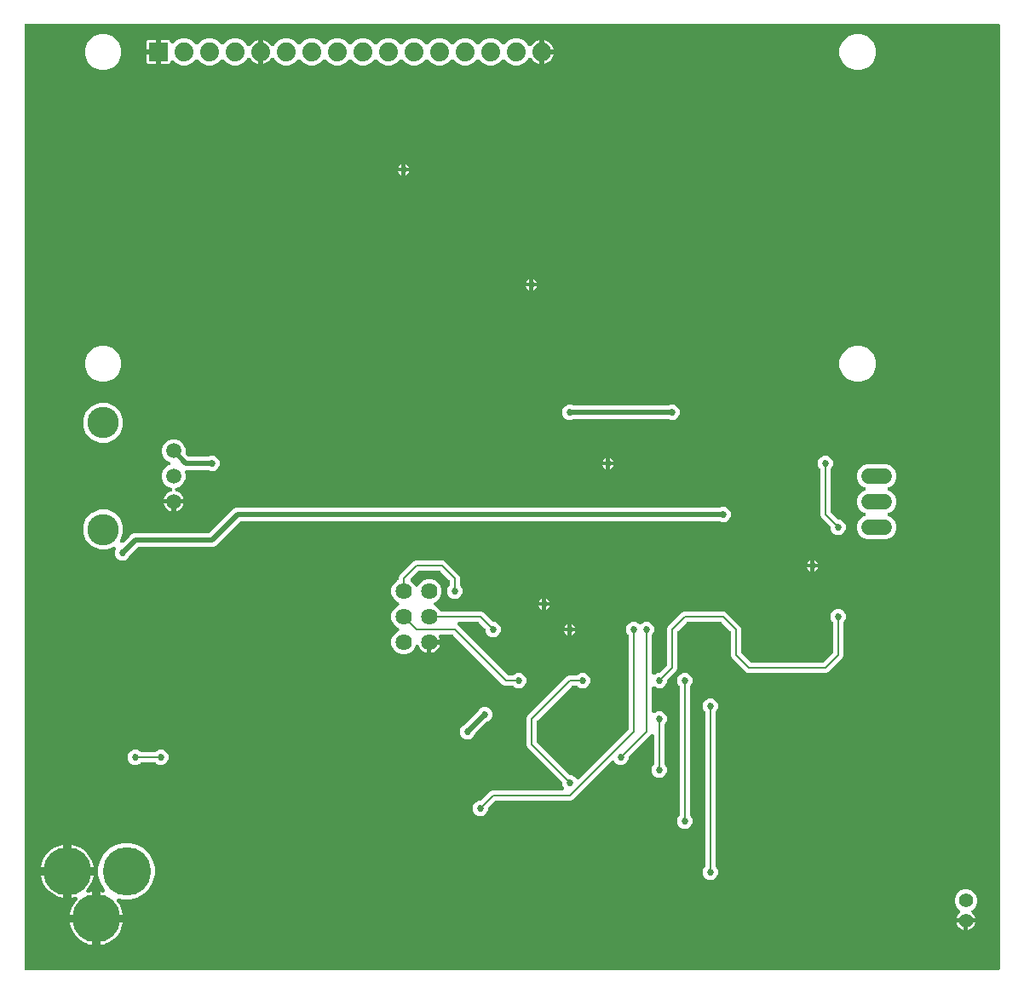
<source format=gbl>
G04 EAGLE Gerber RS-274X export*
G75*
%MOMM*%
%FSLAX34Y34*%
%LPD*%
%INBottom Copper*%
%IPPOS*%
%AMOC8*
5,1,8,0,0,1.08239X$1,22.5*%
G01*
%ADD10C,1.625600*%
%ADD11R,1.879600X1.879600*%
%ADD12C,1.879600*%
%ADD13C,1.508000*%
%ADD14C,3.116000*%
%ADD15C,1.524000*%
%ADD16C,4.800000*%
%ADD17C,1.408000*%
%ADD18C,0.685800*%
%ADD19C,0.203200*%
%ADD20C,0.508000*%

G36*
X971622Y4067D02*
X971622Y4067D01*
X971640Y4065D01*
X971822Y4086D01*
X972005Y4105D01*
X972022Y4110D01*
X972039Y4112D01*
X972214Y4169D01*
X972390Y4223D01*
X972405Y4231D01*
X972422Y4237D01*
X972582Y4327D01*
X972744Y4415D01*
X972757Y4426D01*
X972773Y4435D01*
X972912Y4555D01*
X973053Y4672D01*
X973064Y4686D01*
X973078Y4698D01*
X973190Y4843D01*
X973305Y4986D01*
X973313Y5002D01*
X973324Y5016D01*
X973406Y5181D01*
X973491Y5343D01*
X973496Y5360D01*
X973504Y5376D01*
X973551Y5555D01*
X973602Y5730D01*
X973604Y5748D01*
X973608Y5765D01*
X973635Y6096D01*
X973635Y943104D01*
X973633Y943122D01*
X973635Y943140D01*
X973614Y943322D01*
X973595Y943505D01*
X973590Y943522D01*
X973588Y943539D01*
X973531Y943714D01*
X973477Y943890D01*
X973469Y943905D01*
X973463Y943922D01*
X973373Y944082D01*
X973285Y944244D01*
X973274Y944257D01*
X973265Y944273D01*
X973145Y944412D01*
X973028Y944553D01*
X973014Y944564D01*
X973002Y944578D01*
X972857Y944690D01*
X972714Y944805D01*
X972698Y944813D01*
X972684Y944824D01*
X972519Y944906D01*
X972357Y944991D01*
X972340Y944996D01*
X972324Y945004D01*
X972145Y945051D01*
X971970Y945102D01*
X971952Y945104D01*
X971935Y945108D01*
X971604Y945135D01*
X6096Y945135D01*
X6078Y945133D01*
X6060Y945135D01*
X5878Y945114D01*
X5695Y945095D01*
X5678Y945090D01*
X5661Y945088D01*
X5486Y945031D01*
X5310Y944977D01*
X5295Y944969D01*
X5278Y944963D01*
X5118Y944873D01*
X4956Y944785D01*
X4943Y944774D01*
X4927Y944765D01*
X4788Y944645D01*
X4647Y944528D01*
X4636Y944514D01*
X4622Y944502D01*
X4510Y944357D01*
X4395Y944214D01*
X4387Y944198D01*
X4376Y944184D01*
X4294Y944019D01*
X4209Y943857D01*
X4204Y943840D01*
X4196Y943824D01*
X4149Y943645D01*
X4098Y943470D01*
X4096Y943452D01*
X4092Y943435D01*
X4065Y943104D01*
X4065Y6096D01*
X4067Y6078D01*
X4065Y6060D01*
X4086Y5878D01*
X4105Y5695D01*
X4110Y5678D01*
X4112Y5661D01*
X4169Y5486D01*
X4223Y5310D01*
X4231Y5295D01*
X4237Y5278D01*
X4327Y5118D01*
X4415Y4956D01*
X4426Y4943D01*
X4435Y4927D01*
X4555Y4788D01*
X4672Y4647D01*
X4686Y4636D01*
X4698Y4622D01*
X4843Y4510D01*
X4986Y4395D01*
X5002Y4387D01*
X5016Y4376D01*
X5181Y4294D01*
X5343Y4209D01*
X5360Y4204D01*
X5376Y4196D01*
X5555Y4149D01*
X5730Y4098D01*
X5748Y4096D01*
X5765Y4092D01*
X6096Y4065D01*
X971604Y4065D01*
X971622Y4067D01*
G37*
%LPC*%
G36*
X455709Y157606D02*
X455709Y157606D01*
X452955Y158747D01*
X450847Y160855D01*
X449706Y163609D01*
X449706Y166591D01*
X450847Y169345D01*
X452955Y171453D01*
X455709Y172594D01*
X456667Y172594D01*
X456694Y172596D01*
X456720Y172594D01*
X456894Y172616D01*
X457068Y172634D01*
X457093Y172641D01*
X457120Y172645D01*
X457286Y172700D01*
X457453Y172752D01*
X457476Y172765D01*
X457502Y172773D01*
X457653Y172860D01*
X457807Y172944D01*
X457827Y172961D01*
X457850Y172974D01*
X458103Y173189D01*
X467022Y182107D01*
X468889Y182881D01*
X538218Y182881D01*
X538227Y182882D01*
X538236Y182881D01*
X538426Y182901D01*
X538618Y182921D01*
X538627Y182923D01*
X538636Y182924D01*
X538818Y182982D01*
X539003Y183039D01*
X539011Y183043D01*
X539020Y183046D01*
X539187Y183138D01*
X539357Y183231D01*
X539364Y183236D01*
X539372Y183241D01*
X539520Y183366D01*
X539666Y183488D01*
X539672Y183495D01*
X539679Y183501D01*
X539799Y183653D01*
X539919Y183802D01*
X539923Y183810D01*
X539929Y183817D01*
X540017Y183990D01*
X540104Y184159D01*
X540107Y184168D01*
X540111Y184176D01*
X540163Y184363D01*
X540216Y184546D01*
X540216Y184555D01*
X540219Y184564D01*
X540233Y184755D01*
X540249Y184948D01*
X540248Y184957D01*
X540248Y184965D01*
X540224Y185157D01*
X540202Y185347D01*
X540199Y185356D01*
X540198Y185365D01*
X540136Y185548D01*
X540077Y185730D01*
X540072Y185738D01*
X540070Y185747D01*
X539974Y185913D01*
X539879Y186081D01*
X539873Y186088D01*
X539869Y186095D01*
X539761Y186223D01*
X538606Y189009D01*
X538606Y189967D01*
X538604Y189994D01*
X538606Y190020D01*
X538584Y190194D01*
X538566Y190368D01*
X538559Y190393D01*
X538555Y190420D01*
X538500Y190586D01*
X538448Y190753D01*
X538435Y190776D01*
X538427Y190802D01*
X538340Y190953D01*
X538256Y191107D01*
X538239Y191127D01*
X538226Y191150D01*
X538011Y191403D01*
X505408Y224007D01*
X503693Y225722D01*
X502919Y227589D01*
X502919Y255011D01*
X503693Y256878D01*
X543222Y296407D01*
X543984Y296723D01*
X545089Y297181D01*
X552442Y297181D01*
X552468Y297183D01*
X552495Y297181D01*
X552669Y297203D01*
X552842Y297221D01*
X552868Y297228D01*
X552894Y297232D01*
X553060Y297287D01*
X553227Y297339D01*
X553251Y297352D01*
X553276Y297360D01*
X553428Y297447D01*
X553581Y297531D01*
X553602Y297548D01*
X553625Y297561D01*
X553878Y297776D01*
X554555Y298453D01*
X557309Y299594D01*
X560291Y299594D01*
X563045Y298453D01*
X565153Y296345D01*
X566294Y293591D01*
X566294Y290609D01*
X565153Y287855D01*
X563045Y285747D01*
X560291Y284606D01*
X557309Y284606D01*
X554555Y285747D01*
X553878Y286424D01*
X553857Y286441D01*
X553840Y286462D01*
X553702Y286569D01*
X553566Y286679D01*
X553543Y286692D01*
X553522Y286708D01*
X553365Y286786D01*
X553211Y286868D01*
X553185Y286876D01*
X553161Y286888D01*
X552992Y286933D01*
X552825Y286983D01*
X552798Y286985D01*
X552772Y286992D01*
X552442Y287019D01*
X549046Y287019D01*
X549019Y287017D01*
X548993Y287019D01*
X548819Y286997D01*
X548645Y286979D01*
X548620Y286972D01*
X548593Y286968D01*
X548427Y286913D01*
X548260Y286861D01*
X548237Y286848D01*
X548211Y286840D01*
X548060Y286753D01*
X547906Y286669D01*
X547886Y286652D01*
X547863Y286639D01*
X547610Y286424D01*
X513676Y252490D01*
X513659Y252470D01*
X513638Y252452D01*
X513531Y252314D01*
X513421Y252179D01*
X513408Y252155D01*
X513392Y252134D01*
X513314Y251977D01*
X513232Y251823D01*
X513224Y251798D01*
X513212Y251774D01*
X513167Y251604D01*
X513117Y251437D01*
X513115Y251411D01*
X513108Y251385D01*
X513081Y251054D01*
X513081Y231546D01*
X513082Y231537D01*
X513081Y231529D01*
X513083Y231513D01*
X513081Y231493D01*
X513103Y231319D01*
X513121Y231145D01*
X513128Y231120D01*
X513132Y231093D01*
X513187Y230927D01*
X513239Y230760D01*
X513252Y230737D01*
X513260Y230711D01*
X513347Y230560D01*
X513431Y230406D01*
X513448Y230386D01*
X513461Y230363D01*
X513676Y230110D01*
X545197Y198589D01*
X545217Y198572D01*
X545235Y198551D01*
X545373Y198444D01*
X545508Y198334D01*
X545532Y198321D01*
X545553Y198305D01*
X545710Y198227D01*
X545864Y198145D01*
X545889Y198137D01*
X545913Y198125D01*
X546083Y198080D01*
X546250Y198030D01*
X546276Y198028D01*
X546302Y198021D01*
X546633Y197994D01*
X547591Y197994D01*
X550345Y196853D01*
X552720Y194478D01*
X552734Y194466D01*
X552745Y194453D01*
X552889Y194339D01*
X553031Y194223D01*
X553047Y194214D01*
X553061Y194203D01*
X553226Y194120D01*
X553387Y194034D01*
X553404Y194029D01*
X553420Y194021D01*
X553598Y193971D01*
X553773Y193919D01*
X553791Y193918D01*
X553808Y193913D01*
X553991Y193900D01*
X554174Y193883D01*
X554192Y193885D01*
X554210Y193884D01*
X554392Y193907D01*
X554574Y193926D01*
X554591Y193932D01*
X554609Y193934D01*
X554783Y193992D01*
X554958Y194048D01*
X554974Y194057D01*
X554991Y194062D01*
X555150Y194154D01*
X555310Y194243D01*
X555324Y194254D01*
X555340Y194263D01*
X555593Y194478D01*
X603924Y242810D01*
X603941Y242830D01*
X603962Y242848D01*
X604069Y242986D01*
X604179Y243121D01*
X604192Y243145D01*
X604208Y243166D01*
X604286Y243323D01*
X604368Y243477D01*
X604376Y243502D01*
X604388Y243526D01*
X604433Y243696D01*
X604483Y243863D01*
X604485Y243889D01*
X604492Y243915D01*
X604519Y244246D01*
X604519Y336542D01*
X604517Y336568D01*
X604519Y336595D01*
X604497Y336769D01*
X604479Y336942D01*
X604472Y336968D01*
X604468Y336994D01*
X604413Y337160D01*
X604361Y337327D01*
X604348Y337351D01*
X604340Y337376D01*
X604253Y337528D01*
X604169Y337681D01*
X604152Y337702D01*
X604139Y337725D01*
X603924Y337978D01*
X603247Y338655D01*
X602106Y341409D01*
X602106Y344391D01*
X603247Y347145D01*
X605355Y349253D01*
X608109Y350394D01*
X611091Y350394D01*
X613845Y349253D01*
X614514Y348584D01*
X614528Y348573D01*
X614539Y348559D01*
X614683Y348445D01*
X614825Y348329D01*
X614841Y348321D01*
X614855Y348310D01*
X615019Y348226D01*
X615181Y348140D01*
X615198Y348135D01*
X615214Y348127D01*
X615391Y348078D01*
X615567Y348026D01*
X615585Y348024D01*
X615602Y348019D01*
X615785Y348006D01*
X615968Y347989D01*
X615986Y347991D01*
X616003Y347990D01*
X616185Y348013D01*
X616368Y348033D01*
X616385Y348038D01*
X616403Y348040D01*
X616576Y348098D01*
X616752Y348154D01*
X616768Y348163D01*
X616784Y348168D01*
X616944Y348260D01*
X617104Y348349D01*
X617118Y348360D01*
X617133Y348369D01*
X617386Y348584D01*
X618055Y349253D01*
X620809Y350394D01*
X623791Y350394D01*
X626545Y349253D01*
X628653Y347145D01*
X629794Y344391D01*
X629794Y341409D01*
X628653Y338655D01*
X627976Y337978D01*
X627959Y337957D01*
X627938Y337940D01*
X627831Y337802D01*
X627721Y337666D01*
X627708Y337643D01*
X627692Y337622D01*
X627614Y337465D01*
X627532Y337311D01*
X627524Y337285D01*
X627512Y337261D01*
X627467Y337092D01*
X627417Y336925D01*
X627415Y336898D01*
X627408Y336872D01*
X627381Y336542D01*
X627381Y299982D01*
X627382Y299973D01*
X627381Y299964D01*
X627402Y299773D01*
X627421Y299582D01*
X627423Y299573D01*
X627424Y299564D01*
X627482Y299382D01*
X627539Y299197D01*
X627543Y299189D01*
X627546Y299180D01*
X627638Y299013D01*
X627731Y298843D01*
X627736Y298836D01*
X627741Y298828D01*
X627867Y298679D01*
X627988Y298534D01*
X627995Y298528D01*
X628001Y298521D01*
X628153Y298401D01*
X628302Y298281D01*
X628310Y298277D01*
X628317Y298271D01*
X628490Y298183D01*
X628659Y298096D01*
X628668Y298093D01*
X628676Y298089D01*
X628863Y298037D01*
X629046Y297984D01*
X629055Y297984D01*
X629064Y297981D01*
X629255Y297967D01*
X629448Y297951D01*
X629457Y297952D01*
X629465Y297952D01*
X629657Y297976D01*
X629847Y297998D01*
X629856Y298001D01*
X629865Y298002D01*
X630048Y298064D01*
X630230Y298123D01*
X630238Y298128D01*
X630247Y298130D01*
X630413Y298226D01*
X630581Y298321D01*
X630588Y298327D01*
X630595Y298331D01*
X630723Y298439D01*
X633509Y299594D01*
X634467Y299594D01*
X634494Y299596D01*
X634520Y299594D01*
X634694Y299616D01*
X634868Y299634D01*
X634893Y299641D01*
X634920Y299645D01*
X635086Y299700D01*
X635253Y299752D01*
X635276Y299765D01*
X635302Y299773D01*
X635453Y299860D01*
X635607Y299944D01*
X635627Y299961D01*
X635650Y299974D01*
X635903Y300189D01*
X642024Y306310D01*
X642041Y306330D01*
X642062Y306348D01*
X642169Y306486D01*
X642279Y306621D01*
X642292Y306645D01*
X642308Y306666D01*
X642386Y306823D01*
X642468Y306977D01*
X642476Y307002D01*
X642488Y307026D01*
X642533Y307196D01*
X642583Y307363D01*
X642585Y307389D01*
X642592Y307415D01*
X642619Y307746D01*
X642619Y343911D01*
X643393Y345778D01*
X657522Y359907D01*
X659389Y360681D01*
X699511Y360681D01*
X701378Y359907D01*
X715507Y345778D01*
X716281Y343911D01*
X716281Y320446D01*
X716283Y320419D01*
X716281Y320393D01*
X716303Y320219D01*
X716321Y320045D01*
X716328Y320020D01*
X716332Y319993D01*
X716387Y319827D01*
X716439Y319660D01*
X716452Y319637D01*
X716460Y319611D01*
X716547Y319460D01*
X716631Y319306D01*
X716648Y319286D01*
X716661Y319263D01*
X716876Y319010D01*
X725410Y310476D01*
X725430Y310459D01*
X725448Y310438D01*
X725586Y310331D01*
X725721Y310221D01*
X725745Y310208D01*
X725766Y310192D01*
X725923Y310114D01*
X726077Y310032D01*
X726102Y310024D01*
X726126Y310012D01*
X726296Y309967D01*
X726463Y309917D01*
X726489Y309915D01*
X726515Y309908D01*
X726846Y309881D01*
X797154Y309881D01*
X797181Y309883D01*
X797207Y309881D01*
X797381Y309903D01*
X797555Y309921D01*
X797580Y309928D01*
X797607Y309932D01*
X797773Y309987D01*
X797940Y310039D01*
X797963Y310052D01*
X797989Y310060D01*
X798140Y310147D01*
X798294Y310231D01*
X798314Y310248D01*
X798337Y310261D01*
X798590Y310476D01*
X807124Y319010D01*
X807141Y319030D01*
X807162Y319048D01*
X807269Y319186D01*
X807379Y319321D01*
X807392Y319345D01*
X807408Y319366D01*
X807486Y319523D01*
X807568Y319677D01*
X807576Y319702D01*
X807588Y319726D01*
X807633Y319896D01*
X807683Y320063D01*
X807685Y320089D01*
X807692Y320115D01*
X807719Y320446D01*
X807719Y349369D01*
X807717Y349395D01*
X807719Y349422D01*
X807697Y349596D01*
X807679Y349769D01*
X807672Y349795D01*
X807668Y349821D01*
X807613Y349987D01*
X807561Y350154D01*
X807548Y350178D01*
X807540Y350203D01*
X807453Y350354D01*
X807369Y350508D01*
X807352Y350529D01*
X807339Y350552D01*
X807124Y350805D01*
X806447Y351482D01*
X805306Y354236D01*
X805306Y357218D01*
X806447Y359972D01*
X808555Y362080D01*
X811309Y363221D01*
X814291Y363221D01*
X817045Y362080D01*
X819153Y359972D01*
X820294Y357218D01*
X820294Y354236D01*
X819153Y351482D01*
X818476Y350805D01*
X818474Y350802D01*
X818472Y350801D01*
X818458Y350783D01*
X818438Y350767D01*
X818331Y350629D01*
X818221Y350493D01*
X818208Y350470D01*
X818192Y350449D01*
X818114Y350292D01*
X818032Y350138D01*
X818024Y350112D01*
X818012Y350088D01*
X817967Y349919D01*
X817917Y349752D01*
X817915Y349725D01*
X817908Y349699D01*
X817881Y349369D01*
X817881Y316489D01*
X817107Y314622D01*
X802978Y300493D01*
X801111Y299719D01*
X722889Y299719D01*
X721022Y300493D01*
X706893Y314622D01*
X706119Y316489D01*
X706119Y339954D01*
X706117Y339981D01*
X706119Y340007D01*
X706097Y340181D01*
X706079Y340355D01*
X706072Y340380D01*
X706068Y340407D01*
X706013Y340573D01*
X705961Y340740D01*
X705948Y340763D01*
X705940Y340789D01*
X705853Y340940D01*
X705769Y341094D01*
X705752Y341114D01*
X705739Y341137D01*
X705524Y341390D01*
X696990Y349924D01*
X696970Y349941D01*
X696952Y349962D01*
X696814Y350069D01*
X696679Y350179D01*
X696655Y350192D01*
X696634Y350208D01*
X696477Y350286D01*
X696323Y350368D01*
X696298Y350376D01*
X696274Y350388D01*
X696104Y350433D01*
X695937Y350483D01*
X695911Y350485D01*
X695885Y350492D01*
X695554Y350519D01*
X663346Y350519D01*
X663319Y350517D01*
X663293Y350519D01*
X663119Y350497D01*
X662945Y350479D01*
X662920Y350472D01*
X662893Y350468D01*
X662727Y350413D01*
X662560Y350361D01*
X662537Y350348D01*
X662511Y350340D01*
X662360Y350253D01*
X662206Y350169D01*
X662186Y350152D01*
X662163Y350139D01*
X661910Y349924D01*
X653376Y341390D01*
X653359Y341370D01*
X653338Y341352D01*
X653231Y341214D01*
X653121Y341079D01*
X653108Y341055D01*
X653092Y341034D01*
X653014Y340877D01*
X652932Y340723D01*
X652924Y340698D01*
X652912Y340674D01*
X652867Y340504D01*
X652817Y340337D01*
X652815Y340311D01*
X652808Y340285D01*
X652781Y339954D01*
X652781Y303789D01*
X652007Y301922D01*
X643089Y293003D01*
X643072Y292983D01*
X643051Y292965D01*
X642944Y292827D01*
X642834Y292692D01*
X642821Y292668D01*
X642805Y292647D01*
X642727Y292490D01*
X642645Y292336D01*
X642637Y292311D01*
X642625Y292287D01*
X642580Y292117D01*
X642530Y291950D01*
X642528Y291924D01*
X642521Y291898D01*
X642494Y291567D01*
X642494Y290609D01*
X641353Y287855D01*
X639245Y285747D01*
X636491Y284606D01*
X633509Y284606D01*
X630715Y285764D01*
X630686Y285787D01*
X630537Y285909D01*
X630529Y285913D01*
X630522Y285919D01*
X630351Y286008D01*
X630181Y286098D01*
X630173Y286100D01*
X630165Y286104D01*
X629979Y286158D01*
X629795Y286212D01*
X629786Y286213D01*
X629778Y286216D01*
X629587Y286231D01*
X629394Y286249D01*
X629385Y286248D01*
X629376Y286249D01*
X629187Y286226D01*
X628994Y286205D01*
X628985Y286203D01*
X628977Y286202D01*
X628794Y286142D01*
X628610Y286084D01*
X628602Y286080D01*
X628594Y286077D01*
X628426Y285982D01*
X628258Y285889D01*
X628251Y285883D01*
X628243Y285879D01*
X628097Y285753D01*
X627951Y285629D01*
X627945Y285622D01*
X627938Y285616D01*
X627821Y285465D01*
X627701Y285313D01*
X627697Y285305D01*
X627692Y285298D01*
X627606Y285126D01*
X627519Y284954D01*
X627516Y284945D01*
X627512Y284937D01*
X627462Y284751D01*
X627411Y284566D01*
X627410Y284557D01*
X627408Y284548D01*
X627381Y284218D01*
X627381Y261882D01*
X627382Y261873D01*
X627381Y261864D01*
X627401Y261674D01*
X627421Y261482D01*
X627423Y261473D01*
X627424Y261464D01*
X627482Y261281D01*
X627539Y261097D01*
X627543Y261089D01*
X627546Y261080D01*
X627638Y260913D01*
X627731Y260743D01*
X627736Y260736D01*
X627741Y260728D01*
X627867Y260579D01*
X627988Y260434D01*
X627995Y260428D01*
X628001Y260421D01*
X628153Y260301D01*
X628302Y260181D01*
X628310Y260177D01*
X628317Y260171D01*
X628490Y260083D01*
X628659Y259996D01*
X628668Y259993D01*
X628676Y259989D01*
X628863Y259937D01*
X629046Y259884D01*
X629055Y259884D01*
X629064Y259881D01*
X629255Y259867D01*
X629448Y259851D01*
X629457Y259852D01*
X629465Y259852D01*
X629657Y259876D01*
X629847Y259898D01*
X629856Y259901D01*
X629865Y259902D01*
X630048Y259964D01*
X630230Y260023D01*
X630238Y260028D01*
X630247Y260030D01*
X630413Y260126D01*
X630581Y260221D01*
X630588Y260227D01*
X630595Y260231D01*
X630723Y260339D01*
X633509Y261494D01*
X636491Y261494D01*
X639245Y260353D01*
X641353Y258245D01*
X642494Y255491D01*
X642494Y252509D01*
X641353Y249755D01*
X640676Y249078D01*
X640659Y249057D01*
X640638Y249040D01*
X640531Y248902D01*
X640421Y248766D01*
X640408Y248743D01*
X640392Y248722D01*
X640314Y248565D01*
X640232Y248411D01*
X640224Y248385D01*
X640212Y248361D01*
X640167Y248192D01*
X640117Y248025D01*
X640115Y247998D01*
X640108Y247972D01*
X640081Y247642D01*
X640081Y209558D01*
X640083Y209532D01*
X640081Y209505D01*
X640103Y209331D01*
X640121Y209158D01*
X640128Y209132D01*
X640132Y209106D01*
X640187Y208940D01*
X640239Y208773D01*
X640252Y208749D01*
X640260Y208724D01*
X640347Y208572D01*
X640431Y208419D01*
X640448Y208398D01*
X640461Y208375D01*
X640676Y208122D01*
X641353Y207445D01*
X642494Y204691D01*
X642494Y201709D01*
X641353Y198955D01*
X639245Y196847D01*
X636491Y195706D01*
X633509Y195706D01*
X630755Y196847D01*
X628647Y198955D01*
X627506Y201709D01*
X627506Y204691D01*
X628647Y207445D01*
X629324Y208122D01*
X629341Y208143D01*
X629362Y208160D01*
X629469Y208298D01*
X629579Y208434D01*
X629592Y208457D01*
X629608Y208478D01*
X629686Y208635D01*
X629768Y208789D01*
X629776Y208815D01*
X629788Y208839D01*
X629833Y209008D01*
X629883Y209175D01*
X629885Y209202D01*
X629892Y209228D01*
X629919Y209558D01*
X629919Y236830D01*
X629918Y236839D01*
X629919Y236848D01*
X629898Y237041D01*
X629879Y237231D01*
X629877Y237239D01*
X629876Y237248D01*
X629817Y237433D01*
X629761Y237616D01*
X629757Y237623D01*
X629754Y237632D01*
X629661Y237801D01*
X629569Y237970D01*
X629564Y237977D01*
X629559Y237984D01*
X629435Y238131D01*
X629312Y238279D01*
X629305Y238285D01*
X629299Y238291D01*
X629147Y238411D01*
X628998Y238531D01*
X628990Y238535D01*
X628983Y238541D01*
X628810Y238629D01*
X628641Y238717D01*
X628632Y238719D01*
X628624Y238723D01*
X628438Y238775D01*
X628254Y238828D01*
X628245Y238829D01*
X628236Y238831D01*
X628043Y238845D01*
X627852Y238861D01*
X627844Y238860D01*
X627835Y238861D01*
X627642Y238836D01*
X627453Y238814D01*
X627444Y238811D01*
X627435Y238810D01*
X627252Y238749D01*
X627070Y238689D01*
X627062Y238685D01*
X627054Y238682D01*
X626887Y238586D01*
X626719Y238491D01*
X626712Y238486D01*
X626705Y238481D01*
X626452Y238266D01*
X604989Y216803D01*
X604972Y216783D01*
X604951Y216765D01*
X604844Y216627D01*
X604734Y216492D01*
X604721Y216468D01*
X604705Y216447D01*
X604627Y216290D01*
X604545Y216136D01*
X604537Y216111D01*
X604525Y216087D01*
X604480Y215917D01*
X604430Y215750D01*
X604428Y215724D01*
X604421Y215698D01*
X604394Y215367D01*
X604394Y214409D01*
X603253Y211655D01*
X601145Y209547D01*
X599976Y209063D01*
X598391Y208406D01*
X595409Y208406D01*
X592655Y209547D01*
X590280Y211922D01*
X590266Y211934D01*
X590255Y211947D01*
X590111Y212061D01*
X589969Y212177D01*
X589953Y212186D01*
X589939Y212197D01*
X589774Y212280D01*
X589613Y212366D01*
X589596Y212371D01*
X589580Y212379D01*
X589402Y212429D01*
X589227Y212481D01*
X589209Y212482D01*
X589192Y212487D01*
X589009Y212500D01*
X588826Y212517D01*
X588808Y212515D01*
X588790Y212516D01*
X588608Y212493D01*
X588426Y212474D01*
X588409Y212468D01*
X588391Y212466D01*
X588217Y212408D01*
X588042Y212352D01*
X588026Y212343D01*
X588009Y212338D01*
X587850Y212246D01*
X587690Y212157D01*
X587676Y212146D01*
X587660Y212137D01*
X587407Y211922D01*
X548978Y173493D01*
X547111Y172719D01*
X472846Y172719D01*
X472819Y172717D01*
X472793Y172719D01*
X472619Y172697D01*
X472445Y172679D01*
X472420Y172672D01*
X472393Y172668D01*
X472227Y172613D01*
X472060Y172561D01*
X472037Y172548D01*
X472011Y172540D01*
X471860Y172453D01*
X471706Y172369D01*
X471686Y172352D01*
X471663Y172339D01*
X471410Y172124D01*
X465289Y166003D01*
X465272Y165983D01*
X465251Y165965D01*
X465144Y165827D01*
X465034Y165692D01*
X465021Y165668D01*
X465005Y165647D01*
X464927Y165490D01*
X464845Y165336D01*
X464837Y165311D01*
X464825Y165287D01*
X464780Y165117D01*
X464730Y164950D01*
X464728Y164924D01*
X464721Y164898D01*
X464694Y164567D01*
X464694Y163609D01*
X463553Y160855D01*
X461445Y158747D01*
X458691Y157606D01*
X455709Y157606D01*
G37*
%LPD*%
%LPC*%
G36*
X100109Y411606D02*
X100109Y411606D01*
X97355Y412747D01*
X95247Y414855D01*
X94106Y417609D01*
X94106Y420591D01*
X94877Y422452D01*
X94880Y422460D01*
X94884Y422468D01*
X94938Y422653D01*
X94994Y422837D01*
X94994Y422846D01*
X94997Y422855D01*
X95013Y423046D01*
X95032Y423238D01*
X95031Y423247D01*
X95032Y423256D01*
X95010Y423447D01*
X94990Y423638D01*
X94987Y423647D01*
X94986Y423656D01*
X94927Y423840D01*
X94870Y424023D01*
X94866Y424030D01*
X94863Y424039D01*
X94769Y424208D01*
X94677Y424376D01*
X94671Y424383D01*
X94667Y424391D01*
X94542Y424536D01*
X94418Y424684D01*
X94411Y424690D01*
X94405Y424696D01*
X94254Y424815D01*
X94103Y424935D01*
X94095Y424939D01*
X94088Y424945D01*
X93916Y425031D01*
X93745Y425119D01*
X93736Y425121D01*
X93728Y425125D01*
X93542Y425176D01*
X93357Y425229D01*
X93349Y425229D01*
X93340Y425232D01*
X93145Y425245D01*
X92956Y425260D01*
X92947Y425259D01*
X92938Y425259D01*
X92746Y425234D01*
X92556Y425211D01*
X92548Y425208D01*
X92539Y425207D01*
X92223Y425106D01*
X86308Y422655D01*
X78492Y422655D01*
X71272Y425646D01*
X65746Y431172D01*
X62755Y438392D01*
X62755Y446208D01*
X65746Y453428D01*
X71272Y458954D01*
X71921Y459223D01*
X78492Y461945D01*
X86308Y461945D01*
X93528Y458954D01*
X99054Y453428D01*
X102045Y446208D01*
X102045Y438392D01*
X99230Y431597D01*
X99229Y431593D01*
X99227Y431589D01*
X99172Y431404D01*
X99114Y431212D01*
X99113Y431207D01*
X99112Y431203D01*
X99094Y431005D01*
X99075Y430811D01*
X99076Y430807D01*
X99075Y430802D01*
X99097Y430600D01*
X99117Y430410D01*
X99118Y430406D01*
X99119Y430402D01*
X99180Y430210D01*
X99237Y430026D01*
X99239Y430022D01*
X99240Y430018D01*
X99336Y429845D01*
X99430Y429673D01*
X99433Y429669D01*
X99435Y429665D01*
X99562Y429516D01*
X99689Y429365D01*
X99693Y429362D01*
X99696Y429358D01*
X99851Y429236D01*
X100004Y429114D01*
X100008Y429112D01*
X100012Y429109D01*
X100189Y429019D01*
X100362Y428930D01*
X100366Y428929D01*
X100371Y428927D01*
X100562Y428873D01*
X100750Y428820D01*
X100754Y428820D01*
X100758Y428819D01*
X100960Y428804D01*
X101151Y428789D01*
X101155Y428789D01*
X101160Y428789D01*
X101357Y428814D01*
X101551Y428838D01*
X101555Y428839D01*
X101559Y428840D01*
X101743Y428901D01*
X101933Y428964D01*
X101937Y428966D01*
X101941Y428968D01*
X102112Y429066D01*
X102283Y429164D01*
X102286Y429166D01*
X102290Y429169D01*
X102543Y429383D01*
X108415Y435256D01*
X110559Y437399D01*
X112986Y438405D01*
X186923Y438405D01*
X186949Y438407D01*
X186976Y438405D01*
X187150Y438427D01*
X187323Y438445D01*
X187349Y438452D01*
X187376Y438456D01*
X187541Y438511D01*
X187708Y438563D01*
X187732Y438576D01*
X187757Y438584D01*
X187909Y438671D01*
X188062Y438755D01*
X188083Y438772D01*
X188106Y438785D01*
X188359Y439000D01*
X212159Y462799D01*
X214586Y463805D01*
X694459Y463805D01*
X694490Y463808D01*
X694521Y463806D01*
X694691Y463828D01*
X694860Y463845D01*
X694890Y463854D01*
X694921Y463858D01*
X695236Y463959D01*
X697009Y464694D01*
X699991Y464694D01*
X702745Y463553D01*
X704853Y461445D01*
X705994Y458691D01*
X705994Y455709D01*
X704853Y452955D01*
X702745Y450847D01*
X699991Y449706D01*
X697009Y449706D01*
X695236Y450441D01*
X695207Y450450D01*
X695179Y450464D01*
X695014Y450508D01*
X694851Y450557D01*
X694820Y450560D01*
X694790Y450568D01*
X694459Y450595D01*
X219477Y450595D01*
X219451Y450593D01*
X219424Y450595D01*
X219250Y450573D01*
X219077Y450555D01*
X219051Y450548D01*
X219024Y450544D01*
X218859Y450489D01*
X218692Y450437D01*
X218668Y450424D01*
X218643Y450416D01*
X218491Y450329D01*
X218338Y450245D01*
X218317Y450228D01*
X218294Y450215D01*
X218041Y450000D01*
X194241Y426201D01*
X191814Y425195D01*
X117877Y425195D01*
X117851Y425193D01*
X117824Y425195D01*
X117650Y425173D01*
X117477Y425155D01*
X117451Y425148D01*
X117424Y425144D01*
X117259Y425089D01*
X117092Y425037D01*
X117068Y425024D01*
X117043Y425016D01*
X116891Y424929D01*
X116738Y424845D01*
X116717Y424828D01*
X116694Y424815D01*
X116441Y424600D01*
X109128Y417287D01*
X109108Y417263D01*
X109084Y417242D01*
X108980Y417107D01*
X108873Y416976D01*
X108858Y416948D01*
X108839Y416923D01*
X108687Y416628D01*
X107953Y414855D01*
X105845Y412747D01*
X103091Y411606D01*
X100109Y411606D01*
G37*
%LPD*%
%LPC*%
G36*
X261522Y903537D02*
X261522Y903537D01*
X256574Y905587D01*
X252787Y909374D01*
X252443Y910205D01*
X252361Y910357D01*
X252284Y910511D01*
X252266Y910534D01*
X252253Y910560D01*
X252143Y910693D01*
X252036Y910829D01*
X252014Y910848D01*
X251996Y910870D01*
X251862Y910979D01*
X251731Y911091D01*
X251706Y911106D01*
X251683Y911124D01*
X251531Y911204D01*
X251380Y911289D01*
X251352Y911297D01*
X251327Y911311D01*
X251161Y911359D01*
X250997Y911413D01*
X250968Y911416D01*
X250941Y911424D01*
X250768Y911439D01*
X250597Y911458D01*
X250568Y911456D01*
X250539Y911459D01*
X250368Y911439D01*
X250196Y911425D01*
X250168Y911417D01*
X250139Y911413D01*
X249975Y911361D01*
X249809Y911312D01*
X249784Y911299D01*
X249756Y911290D01*
X249606Y911206D01*
X249452Y911126D01*
X249430Y911108D01*
X249405Y911094D01*
X249274Y910982D01*
X249139Y910873D01*
X249118Y910849D01*
X249099Y910832D01*
X249046Y910765D01*
X248923Y910621D01*
X247906Y909222D01*
X246578Y907894D01*
X245057Y906789D01*
X243383Y905936D01*
X241596Y905355D01*
X241339Y905315D01*
X241339Y916492D01*
X241337Y916510D01*
X241339Y916527D01*
X241318Y916710D01*
X241299Y916892D01*
X241294Y916909D01*
X241292Y916927D01*
X241267Y917005D01*
X241306Y917142D01*
X241308Y917160D01*
X241312Y917177D01*
X241339Y917508D01*
X241339Y928685D01*
X241596Y928645D01*
X243383Y928064D01*
X245057Y927211D01*
X246578Y926106D01*
X247906Y924778D01*
X248923Y923379D01*
X249037Y923250D01*
X249149Y923117D01*
X249171Y923099D01*
X249191Y923078D01*
X249328Y922974D01*
X249464Y922866D01*
X249489Y922853D01*
X249512Y922836D01*
X249668Y922761D01*
X249822Y922683D01*
X249850Y922675D01*
X249876Y922662D01*
X250043Y922620D01*
X250209Y922573D01*
X250238Y922571D01*
X250266Y922564D01*
X250439Y922555D01*
X250611Y922542D01*
X250639Y922545D01*
X250668Y922544D01*
X250839Y922570D01*
X251010Y922590D01*
X251037Y922599D01*
X251066Y922604D01*
X251229Y922663D01*
X251392Y922717D01*
X251417Y922731D01*
X251445Y922741D01*
X251592Y922831D01*
X251742Y922916D01*
X251764Y922935D01*
X251789Y922950D01*
X251916Y923068D01*
X252046Y923181D01*
X252063Y923204D01*
X252085Y923223D01*
X252186Y923363D01*
X252291Y923500D01*
X252306Y923529D01*
X252321Y923549D01*
X252356Y923626D01*
X252443Y923795D01*
X252787Y924626D01*
X256574Y928413D01*
X261522Y930463D01*
X266878Y930463D01*
X271826Y928413D01*
X275464Y924775D01*
X275477Y924764D01*
X275489Y924751D01*
X275633Y924637D01*
X275775Y924520D01*
X275791Y924512D01*
X275805Y924501D01*
X275969Y924418D01*
X276131Y924332D01*
X276148Y924327D01*
X276164Y924319D01*
X276341Y924269D01*
X276517Y924217D01*
X276535Y924215D01*
X276552Y924211D01*
X276735Y924197D01*
X276918Y924181D01*
X276936Y924183D01*
X276953Y924181D01*
X277135Y924204D01*
X277318Y924224D01*
X277335Y924229D01*
X277353Y924232D01*
X277526Y924290D01*
X277702Y924346D01*
X277718Y924354D01*
X277734Y924360D01*
X277894Y924452D01*
X278054Y924540D01*
X278068Y924552D01*
X278083Y924561D01*
X278336Y924775D01*
X281974Y928413D01*
X286922Y930463D01*
X292278Y930463D01*
X297226Y928413D01*
X300864Y924775D01*
X300877Y924764D01*
X300889Y924751D01*
X301033Y924637D01*
X301175Y924520D01*
X301191Y924512D01*
X301205Y924501D01*
X301369Y924418D01*
X301531Y924332D01*
X301548Y924327D01*
X301564Y924319D01*
X301741Y924269D01*
X301917Y924217D01*
X301935Y924215D01*
X301952Y924211D01*
X302135Y924197D01*
X302318Y924181D01*
X302336Y924183D01*
X302353Y924181D01*
X302535Y924204D01*
X302718Y924224D01*
X302735Y924229D01*
X302753Y924232D01*
X302926Y924290D01*
X303102Y924346D01*
X303118Y924354D01*
X303134Y924360D01*
X303294Y924452D01*
X303454Y924540D01*
X303468Y924552D01*
X303483Y924561D01*
X303736Y924775D01*
X307374Y928413D01*
X312322Y930463D01*
X317678Y930463D01*
X322626Y928413D01*
X326264Y924775D01*
X326277Y924764D01*
X326289Y924751D01*
X326433Y924637D01*
X326575Y924520D01*
X326591Y924512D01*
X326605Y924501D01*
X326769Y924418D01*
X326931Y924332D01*
X326948Y924327D01*
X326964Y924319D01*
X327141Y924269D01*
X327317Y924217D01*
X327335Y924215D01*
X327352Y924211D01*
X327535Y924197D01*
X327718Y924181D01*
X327736Y924183D01*
X327753Y924181D01*
X327935Y924204D01*
X328118Y924224D01*
X328135Y924229D01*
X328153Y924232D01*
X328326Y924290D01*
X328502Y924346D01*
X328518Y924354D01*
X328534Y924360D01*
X328694Y924452D01*
X328854Y924540D01*
X328868Y924552D01*
X328883Y924561D01*
X329136Y924775D01*
X332774Y928413D01*
X337722Y930463D01*
X343078Y930463D01*
X348026Y928413D01*
X351664Y924775D01*
X351677Y924764D01*
X351689Y924751D01*
X351833Y924637D01*
X351975Y924520D01*
X351991Y924512D01*
X352005Y924501D01*
X352169Y924418D01*
X352331Y924332D01*
X352348Y924327D01*
X352364Y924319D01*
X352541Y924269D01*
X352717Y924217D01*
X352735Y924215D01*
X352752Y924211D01*
X352935Y924197D01*
X353118Y924181D01*
X353136Y924183D01*
X353153Y924181D01*
X353335Y924204D01*
X353518Y924224D01*
X353535Y924229D01*
X353553Y924232D01*
X353726Y924290D01*
X353902Y924346D01*
X353918Y924354D01*
X353934Y924360D01*
X354094Y924452D01*
X354254Y924540D01*
X354268Y924552D01*
X354283Y924561D01*
X354536Y924775D01*
X358174Y928413D01*
X363122Y930463D01*
X368478Y930463D01*
X373426Y928413D01*
X377064Y924775D01*
X377077Y924764D01*
X377089Y924751D01*
X377233Y924637D01*
X377375Y924520D01*
X377391Y924512D01*
X377405Y924501D01*
X377569Y924418D01*
X377731Y924332D01*
X377748Y924327D01*
X377764Y924319D01*
X377941Y924269D01*
X378117Y924217D01*
X378135Y924215D01*
X378152Y924211D01*
X378335Y924197D01*
X378518Y924181D01*
X378536Y924183D01*
X378553Y924181D01*
X378735Y924204D01*
X378918Y924224D01*
X378935Y924229D01*
X378953Y924232D01*
X379126Y924290D01*
X379302Y924346D01*
X379318Y924354D01*
X379334Y924360D01*
X379494Y924452D01*
X379654Y924540D01*
X379668Y924552D01*
X379683Y924561D01*
X379936Y924775D01*
X383574Y928413D01*
X388522Y930463D01*
X393878Y930463D01*
X398826Y928413D01*
X402464Y924775D01*
X402477Y924764D01*
X402489Y924751D01*
X402633Y924637D01*
X402775Y924520D01*
X402791Y924512D01*
X402805Y924501D01*
X402969Y924418D01*
X403131Y924332D01*
X403148Y924327D01*
X403164Y924319D01*
X403341Y924269D01*
X403517Y924217D01*
X403535Y924215D01*
X403552Y924211D01*
X403735Y924197D01*
X403918Y924181D01*
X403936Y924183D01*
X403953Y924181D01*
X404135Y924204D01*
X404318Y924224D01*
X404335Y924229D01*
X404353Y924232D01*
X404526Y924290D01*
X404702Y924346D01*
X404718Y924354D01*
X404734Y924360D01*
X404894Y924452D01*
X405054Y924540D01*
X405068Y924552D01*
X405083Y924561D01*
X405336Y924775D01*
X408974Y928413D01*
X413922Y930463D01*
X419278Y930463D01*
X424226Y928413D01*
X427864Y924775D01*
X427877Y924764D01*
X427889Y924751D01*
X428033Y924637D01*
X428175Y924520D01*
X428191Y924512D01*
X428205Y924501D01*
X428369Y924418D01*
X428531Y924332D01*
X428548Y924327D01*
X428564Y924319D01*
X428741Y924269D01*
X428917Y924217D01*
X428935Y924215D01*
X428952Y924211D01*
X429135Y924197D01*
X429318Y924181D01*
X429336Y924183D01*
X429353Y924181D01*
X429535Y924204D01*
X429718Y924224D01*
X429735Y924229D01*
X429753Y924232D01*
X429926Y924290D01*
X430102Y924346D01*
X430118Y924354D01*
X430134Y924360D01*
X430294Y924452D01*
X430454Y924540D01*
X430468Y924552D01*
X430483Y924561D01*
X430736Y924775D01*
X434374Y928413D01*
X439322Y930463D01*
X444678Y930463D01*
X449626Y928413D01*
X453264Y924775D01*
X453277Y924764D01*
X453289Y924751D01*
X453433Y924637D01*
X453575Y924520D01*
X453591Y924512D01*
X453605Y924501D01*
X453769Y924418D01*
X453931Y924332D01*
X453948Y924327D01*
X453964Y924319D01*
X454141Y924269D01*
X454317Y924217D01*
X454335Y924215D01*
X454352Y924211D01*
X454535Y924197D01*
X454718Y924181D01*
X454736Y924183D01*
X454753Y924181D01*
X454935Y924204D01*
X455118Y924224D01*
X455135Y924229D01*
X455153Y924232D01*
X455326Y924290D01*
X455502Y924346D01*
X455518Y924354D01*
X455534Y924360D01*
X455694Y924452D01*
X455854Y924540D01*
X455868Y924552D01*
X455883Y924561D01*
X456136Y924775D01*
X459774Y928413D01*
X464722Y930463D01*
X470078Y930463D01*
X475026Y928413D01*
X478664Y924775D01*
X478677Y924764D01*
X478689Y924751D01*
X478833Y924637D01*
X478975Y924520D01*
X478991Y924512D01*
X479005Y924501D01*
X479169Y924418D01*
X479331Y924332D01*
X479348Y924327D01*
X479364Y924319D01*
X479541Y924269D01*
X479717Y924217D01*
X479735Y924215D01*
X479752Y924211D01*
X479935Y924197D01*
X480118Y924181D01*
X480136Y924183D01*
X480153Y924181D01*
X480335Y924204D01*
X480518Y924224D01*
X480535Y924229D01*
X480553Y924232D01*
X480726Y924290D01*
X480902Y924346D01*
X480918Y924354D01*
X480934Y924360D01*
X481094Y924452D01*
X481254Y924540D01*
X481268Y924552D01*
X481283Y924561D01*
X481536Y924775D01*
X485174Y928413D01*
X490122Y930463D01*
X495478Y930463D01*
X500426Y928413D01*
X504213Y924626D01*
X504557Y923795D01*
X504639Y923643D01*
X504716Y923489D01*
X504734Y923466D01*
X504747Y923440D01*
X504857Y923307D01*
X504964Y923171D01*
X504986Y923152D01*
X505004Y923130D01*
X505138Y923021D01*
X505269Y922909D01*
X505294Y922894D01*
X505317Y922876D01*
X505469Y922796D01*
X505620Y922711D01*
X505648Y922703D01*
X505673Y922689D01*
X505839Y922641D01*
X506003Y922587D01*
X506032Y922584D01*
X506059Y922576D01*
X506232Y922561D01*
X506403Y922542D01*
X506432Y922544D01*
X506461Y922541D01*
X506632Y922561D01*
X506804Y922575D01*
X506832Y922583D01*
X506861Y922587D01*
X507025Y922639D01*
X507191Y922688D01*
X507216Y922701D01*
X507244Y922710D01*
X507394Y922794D01*
X507548Y922874D01*
X507570Y922892D01*
X507595Y922906D01*
X507726Y923018D01*
X507861Y923127D01*
X507882Y923151D01*
X507901Y923168D01*
X507954Y923235D01*
X508077Y923379D01*
X509094Y924778D01*
X510422Y926106D01*
X511943Y927211D01*
X513617Y928064D01*
X515404Y928645D01*
X515661Y928685D01*
X515661Y917508D01*
X515662Y917490D01*
X515661Y917473D01*
X515682Y917290D01*
X515701Y917108D01*
X515706Y917091D01*
X515708Y917073D01*
X515733Y916995D01*
X515694Y916858D01*
X515692Y916840D01*
X515688Y916823D01*
X515661Y916492D01*
X515661Y905315D01*
X515404Y905355D01*
X513617Y905936D01*
X511943Y906789D01*
X510422Y907894D01*
X509094Y909222D01*
X508077Y910621D01*
X507963Y910750D01*
X507851Y910883D01*
X507829Y910901D01*
X507809Y910922D01*
X507672Y911026D01*
X507536Y911134D01*
X507511Y911147D01*
X507488Y911164D01*
X507332Y911239D01*
X507178Y911317D01*
X507150Y911325D01*
X507124Y911338D01*
X506957Y911380D01*
X506791Y911427D01*
X506762Y911429D01*
X506734Y911436D01*
X506561Y911445D01*
X506389Y911458D01*
X506361Y911455D01*
X506332Y911456D01*
X506161Y911430D01*
X505990Y911410D01*
X505963Y911401D01*
X505934Y911396D01*
X505771Y911337D01*
X505608Y911283D01*
X505583Y911269D01*
X505555Y911259D01*
X505408Y911169D01*
X505258Y911084D01*
X505236Y911065D01*
X505211Y911050D01*
X505084Y910932D01*
X504954Y910819D01*
X504937Y910796D01*
X504915Y910777D01*
X504814Y910637D01*
X504709Y910500D01*
X504694Y910471D01*
X504679Y910451D01*
X504644Y910374D01*
X504557Y910205D01*
X504213Y909374D01*
X500426Y905587D01*
X495478Y903537D01*
X490122Y903537D01*
X485174Y905587D01*
X481536Y909225D01*
X481522Y909236D01*
X481511Y909249D01*
X481367Y909363D01*
X481225Y909480D01*
X481209Y909488D01*
X481195Y909499D01*
X481031Y909583D01*
X480869Y909668D01*
X480852Y909673D01*
X480836Y909681D01*
X480659Y909731D01*
X480483Y909783D01*
X480465Y909785D01*
X480448Y909789D01*
X480265Y909803D01*
X480082Y909819D01*
X480064Y909817D01*
X480047Y909819D01*
X479865Y909796D01*
X479682Y909776D01*
X479665Y909771D01*
X479647Y909768D01*
X479473Y909710D01*
X479298Y909654D01*
X479282Y909646D01*
X479266Y909640D01*
X479106Y909548D01*
X478946Y909460D01*
X478932Y909448D01*
X478917Y909439D01*
X478664Y909225D01*
X475026Y905587D01*
X470078Y903537D01*
X464722Y903537D01*
X459774Y905587D01*
X456136Y909225D01*
X456122Y909236D01*
X456111Y909249D01*
X455967Y909363D01*
X455825Y909480D01*
X455809Y909488D01*
X455795Y909499D01*
X455631Y909583D01*
X455469Y909668D01*
X455452Y909673D01*
X455436Y909681D01*
X455259Y909731D01*
X455083Y909783D01*
X455065Y909785D01*
X455048Y909789D01*
X454865Y909803D01*
X454682Y909819D01*
X454664Y909817D01*
X454647Y909819D01*
X454465Y909796D01*
X454282Y909776D01*
X454265Y909771D01*
X454247Y909768D01*
X454073Y909710D01*
X453898Y909654D01*
X453882Y909646D01*
X453866Y909640D01*
X453706Y909548D01*
X453546Y909460D01*
X453532Y909448D01*
X453517Y909439D01*
X453264Y909225D01*
X449626Y905587D01*
X444678Y903537D01*
X439322Y903537D01*
X434374Y905587D01*
X430736Y909225D01*
X430722Y909236D01*
X430711Y909249D01*
X430567Y909363D01*
X430425Y909480D01*
X430409Y909488D01*
X430395Y909499D01*
X430231Y909583D01*
X430069Y909668D01*
X430052Y909673D01*
X430036Y909681D01*
X429859Y909731D01*
X429683Y909783D01*
X429665Y909785D01*
X429648Y909789D01*
X429465Y909803D01*
X429282Y909819D01*
X429264Y909817D01*
X429247Y909819D01*
X429065Y909796D01*
X428882Y909776D01*
X428865Y909771D01*
X428847Y909768D01*
X428673Y909710D01*
X428498Y909654D01*
X428482Y909646D01*
X428466Y909640D01*
X428306Y909548D01*
X428146Y909460D01*
X428132Y909448D01*
X428117Y909439D01*
X427864Y909225D01*
X424226Y905587D01*
X419278Y903537D01*
X413922Y903537D01*
X408974Y905587D01*
X405336Y909225D01*
X405322Y909236D01*
X405311Y909249D01*
X405167Y909363D01*
X405025Y909480D01*
X405009Y909488D01*
X404995Y909499D01*
X404831Y909583D01*
X404669Y909668D01*
X404652Y909673D01*
X404636Y909681D01*
X404459Y909731D01*
X404283Y909783D01*
X404265Y909785D01*
X404248Y909789D01*
X404065Y909803D01*
X403882Y909819D01*
X403864Y909817D01*
X403847Y909819D01*
X403665Y909796D01*
X403482Y909776D01*
X403465Y909771D01*
X403447Y909768D01*
X403273Y909710D01*
X403098Y909654D01*
X403082Y909646D01*
X403066Y909640D01*
X402906Y909548D01*
X402746Y909460D01*
X402732Y909448D01*
X402717Y909439D01*
X402464Y909225D01*
X398826Y905587D01*
X393878Y903537D01*
X388522Y903537D01*
X383574Y905587D01*
X379936Y909225D01*
X379922Y909236D01*
X379911Y909249D01*
X379767Y909363D01*
X379625Y909480D01*
X379609Y909488D01*
X379595Y909499D01*
X379431Y909583D01*
X379269Y909668D01*
X379252Y909673D01*
X379236Y909681D01*
X379059Y909731D01*
X378883Y909783D01*
X378865Y909785D01*
X378848Y909789D01*
X378665Y909803D01*
X378482Y909819D01*
X378464Y909817D01*
X378447Y909819D01*
X378265Y909796D01*
X378082Y909776D01*
X378065Y909771D01*
X378047Y909768D01*
X377873Y909710D01*
X377698Y909654D01*
X377682Y909646D01*
X377666Y909640D01*
X377506Y909548D01*
X377346Y909460D01*
X377332Y909448D01*
X377317Y909439D01*
X377064Y909225D01*
X373426Y905587D01*
X368478Y903537D01*
X363122Y903537D01*
X358174Y905587D01*
X354536Y909225D01*
X354522Y909236D01*
X354511Y909249D01*
X354367Y909363D01*
X354225Y909480D01*
X354209Y909488D01*
X354195Y909499D01*
X354031Y909583D01*
X353869Y909668D01*
X353852Y909673D01*
X353836Y909681D01*
X353659Y909731D01*
X353483Y909783D01*
X353465Y909785D01*
X353448Y909789D01*
X353265Y909803D01*
X353082Y909819D01*
X353064Y909817D01*
X353047Y909819D01*
X352865Y909796D01*
X352682Y909776D01*
X352665Y909771D01*
X352647Y909768D01*
X352473Y909710D01*
X352298Y909654D01*
X352282Y909646D01*
X352266Y909640D01*
X352106Y909548D01*
X351946Y909460D01*
X351932Y909448D01*
X351917Y909439D01*
X351664Y909225D01*
X348026Y905587D01*
X343078Y903537D01*
X337722Y903537D01*
X332774Y905587D01*
X329136Y909225D01*
X329122Y909236D01*
X329111Y909249D01*
X328967Y909363D01*
X328825Y909480D01*
X328809Y909488D01*
X328795Y909499D01*
X328631Y909583D01*
X328469Y909668D01*
X328452Y909673D01*
X328436Y909681D01*
X328259Y909731D01*
X328083Y909783D01*
X328065Y909785D01*
X328048Y909789D01*
X327865Y909803D01*
X327682Y909819D01*
X327664Y909817D01*
X327647Y909819D01*
X327465Y909796D01*
X327282Y909776D01*
X327265Y909771D01*
X327247Y909768D01*
X327073Y909710D01*
X326898Y909654D01*
X326882Y909646D01*
X326866Y909640D01*
X326706Y909548D01*
X326546Y909460D01*
X326532Y909448D01*
X326517Y909439D01*
X326264Y909225D01*
X322626Y905587D01*
X317678Y903537D01*
X312322Y903537D01*
X307374Y905587D01*
X303736Y909225D01*
X303722Y909236D01*
X303711Y909249D01*
X303567Y909363D01*
X303425Y909480D01*
X303409Y909488D01*
X303395Y909499D01*
X303231Y909583D01*
X303069Y909668D01*
X303052Y909673D01*
X303036Y909681D01*
X302859Y909731D01*
X302683Y909783D01*
X302665Y909785D01*
X302648Y909789D01*
X302465Y909803D01*
X302282Y909819D01*
X302264Y909817D01*
X302247Y909819D01*
X302065Y909796D01*
X301882Y909776D01*
X301865Y909771D01*
X301847Y909768D01*
X301673Y909710D01*
X301498Y909654D01*
X301482Y909646D01*
X301466Y909640D01*
X301306Y909548D01*
X301146Y909460D01*
X301132Y909448D01*
X301117Y909439D01*
X300864Y909225D01*
X297226Y905587D01*
X292278Y903537D01*
X286922Y903537D01*
X281974Y905587D01*
X278336Y909225D01*
X278322Y909236D01*
X278311Y909249D01*
X278167Y909363D01*
X278025Y909480D01*
X278009Y909488D01*
X277995Y909499D01*
X277831Y909583D01*
X277669Y909668D01*
X277652Y909673D01*
X277636Y909681D01*
X277459Y909731D01*
X277283Y909783D01*
X277265Y909785D01*
X277248Y909789D01*
X277065Y909803D01*
X276882Y909819D01*
X276864Y909817D01*
X276847Y909819D01*
X276665Y909796D01*
X276482Y909776D01*
X276465Y909771D01*
X276447Y909768D01*
X276273Y909710D01*
X276098Y909654D01*
X276082Y909646D01*
X276066Y909640D01*
X275906Y909548D01*
X275746Y909460D01*
X275732Y909448D01*
X275717Y909439D01*
X275464Y909225D01*
X271826Y905587D01*
X266878Y903537D01*
X261522Y903537D01*
G37*
%LPD*%
%LPC*%
G36*
X493809Y284606D02*
X493809Y284606D01*
X491055Y285747D01*
X490378Y286424D01*
X490357Y286441D01*
X490340Y286462D01*
X490202Y286569D01*
X490066Y286679D01*
X490043Y286692D01*
X490022Y286708D01*
X489865Y286786D01*
X489711Y286868D01*
X489685Y286876D01*
X489661Y286888D01*
X489492Y286933D01*
X489325Y286983D01*
X489298Y286985D01*
X489272Y286992D01*
X488942Y287019D01*
X481589Y287019D01*
X479722Y287793D01*
X430290Y337224D01*
X430270Y337241D01*
X430252Y337262D01*
X430114Y337369D01*
X429979Y337479D01*
X429955Y337492D01*
X429934Y337508D01*
X429777Y337586D01*
X429623Y337668D01*
X429598Y337676D01*
X429574Y337688D01*
X429404Y337733D01*
X429237Y337783D01*
X429211Y337785D01*
X429185Y337792D01*
X428854Y337819D01*
X417806Y337819D01*
X417714Y337810D01*
X417620Y337811D01*
X417514Y337790D01*
X417406Y337779D01*
X417317Y337752D01*
X417225Y337734D01*
X417125Y337693D01*
X417021Y337661D01*
X416939Y337617D01*
X416853Y337581D01*
X416762Y337521D01*
X416667Y337469D01*
X416595Y337410D01*
X416518Y337358D01*
X416441Y337281D01*
X416357Y337212D01*
X416299Y337139D01*
X416233Y337073D01*
X416173Y336983D01*
X416105Y336898D01*
X416062Y336815D01*
X416011Y336738D01*
X415970Y336637D01*
X415920Y336541D01*
X415894Y336451D01*
X415859Y336365D01*
X415838Y336258D01*
X415808Y336154D01*
X415801Y336061D01*
X415783Y335969D01*
X415784Y335861D01*
X415775Y335752D01*
X415786Y335660D01*
X415787Y335567D01*
X415810Y335460D01*
X415822Y335353D01*
X415851Y335264D01*
X415870Y335173D01*
X415921Y335049D01*
X415947Y334970D01*
X415972Y334927D01*
X415996Y334866D01*
X416287Y334295D01*
X416806Y332698D01*
X416845Y332449D01*
X406618Y332449D01*
X406600Y332447D01*
X406583Y332449D01*
X406400Y332428D01*
X406218Y332409D01*
X406201Y332404D01*
X406183Y332402D01*
X406008Y332345D01*
X405833Y332291D01*
X405817Y332283D01*
X405800Y332277D01*
X405640Y332187D01*
X405479Y332099D01*
X405465Y332088D01*
X405449Y332079D01*
X405309Y331958D01*
X405169Y331842D01*
X405158Y331828D01*
X405145Y331816D01*
X405032Y331671D01*
X405002Y331633D01*
X404874Y331523D01*
X404733Y331405D01*
X404722Y331392D01*
X404708Y331380D01*
X404596Y331235D01*
X404481Y331092D01*
X404473Y331076D01*
X404462Y331062D01*
X404380Y330897D01*
X404295Y330734D01*
X404290Y330717D01*
X404282Y330701D01*
X404234Y330523D01*
X404184Y330348D01*
X404182Y330330D01*
X404178Y330313D01*
X404151Y329982D01*
X404151Y319755D01*
X403902Y319794D01*
X402305Y320313D01*
X400808Y321075D01*
X399450Y322062D01*
X398262Y323250D01*
X397275Y324608D01*
X396513Y326105D01*
X396451Y326296D01*
X396415Y326377D01*
X396389Y326462D01*
X396334Y326561D01*
X396289Y326665D01*
X396238Y326737D01*
X396195Y326815D01*
X396123Y326902D01*
X396058Y326994D01*
X395993Y327055D01*
X395936Y327123D01*
X395848Y327194D01*
X395766Y327272D01*
X395691Y327319D01*
X395621Y327374D01*
X395521Y327426D01*
X395425Y327486D01*
X395342Y327518D01*
X395263Y327558D01*
X395155Y327589D01*
X395049Y327629D01*
X394961Y327644D01*
X394876Y327668D01*
X394763Y327677D01*
X394652Y327695D01*
X394563Y327692D01*
X394474Y327699D01*
X394362Y327685D01*
X394249Y327682D01*
X394163Y327661D01*
X394075Y327650D01*
X393968Y327615D01*
X393858Y327589D01*
X393777Y327552D01*
X393693Y327524D01*
X393594Y327468D01*
X393492Y327421D01*
X393420Y327369D01*
X393343Y327325D01*
X393258Y327250D01*
X393166Y327184D01*
X393106Y327118D01*
X393039Y327060D01*
X392970Y326970D01*
X392894Y326887D01*
X392848Y326811D01*
X392794Y326741D01*
X392729Y326615D01*
X392685Y326543D01*
X392670Y326499D01*
X392642Y326446D01*
X391337Y323293D01*
X387907Y319863D01*
X383425Y318007D01*
X378575Y318007D01*
X374093Y319863D01*
X370663Y323293D01*
X368807Y327775D01*
X368807Y332625D01*
X370663Y337107D01*
X374093Y340537D01*
X375269Y341023D01*
X375277Y341028D01*
X375285Y341030D01*
X375456Y341124D01*
X375624Y341214D01*
X375630Y341219D01*
X375638Y341224D01*
X375787Y341348D01*
X375934Y341470D01*
X375940Y341477D01*
X375947Y341483D01*
X376066Y341633D01*
X376188Y341783D01*
X376192Y341791D01*
X376198Y341798D01*
X376286Y341969D01*
X376375Y342139D01*
X376377Y342148D01*
X376381Y342156D01*
X376434Y342341D01*
X376488Y342526D01*
X376489Y342534D01*
X376491Y342543D01*
X376506Y342736D01*
X376523Y342927D01*
X376522Y342936D01*
X376522Y342944D01*
X376499Y343136D01*
X376477Y343327D01*
X376475Y343335D01*
X376474Y343344D01*
X376413Y343526D01*
X376354Y343710D01*
X376350Y343718D01*
X376347Y343726D01*
X376253Y343891D01*
X376158Y344062D01*
X376152Y344068D01*
X376148Y344076D01*
X376021Y344221D01*
X375896Y344367D01*
X375889Y344373D01*
X375883Y344380D01*
X375731Y344497D01*
X375579Y344616D01*
X375571Y344620D01*
X375564Y344625D01*
X375269Y344777D01*
X374093Y345264D01*
X370663Y348693D01*
X368807Y353175D01*
X368807Y358025D01*
X370663Y362507D01*
X374093Y365936D01*
X375269Y366423D01*
X375277Y366428D01*
X375285Y366430D01*
X375453Y366522D01*
X375624Y366614D01*
X375631Y366619D01*
X375638Y366624D01*
X375786Y366747D01*
X375934Y366870D01*
X375940Y366877D01*
X375947Y366883D01*
X376066Y367032D01*
X376188Y367183D01*
X376192Y367191D01*
X376197Y367197D01*
X376285Y367368D01*
X376375Y367539D01*
X376377Y367548D01*
X376381Y367556D01*
X376433Y367739D01*
X376488Y367925D01*
X376489Y367935D01*
X376491Y367943D01*
X376506Y368134D01*
X376523Y368327D01*
X376522Y368335D01*
X376522Y368344D01*
X376499Y368534D01*
X376477Y368727D01*
X376475Y368735D01*
X376474Y368744D01*
X376413Y368927D01*
X376354Y369110D01*
X376350Y369118D01*
X376347Y369126D01*
X376251Y369294D01*
X376158Y369461D01*
X376152Y369468D01*
X376148Y369476D01*
X376021Y369621D01*
X375896Y369767D01*
X375889Y369773D01*
X375883Y369780D01*
X375730Y369897D01*
X375579Y370016D01*
X375571Y370020D01*
X375564Y370025D01*
X375269Y370177D01*
X374093Y370663D01*
X370663Y374093D01*
X368807Y378575D01*
X368807Y383425D01*
X370663Y387907D01*
X374093Y391337D01*
X374665Y391573D01*
X374685Y391584D01*
X374706Y391591D01*
X374862Y391679D01*
X375020Y391764D01*
X375037Y391778D01*
X375057Y391789D01*
X375192Y391906D01*
X375331Y392020D01*
X375345Y392037D01*
X375362Y392052D01*
X375471Y392193D01*
X375584Y392333D01*
X375595Y392352D01*
X375608Y392370D01*
X375688Y392531D01*
X375771Y392689D01*
X375778Y392710D01*
X375788Y392731D01*
X375834Y392904D01*
X375884Y393076D01*
X375886Y393098D01*
X375892Y393119D01*
X375919Y393450D01*
X375919Y394711D01*
X376693Y396578D01*
X390822Y410707D01*
X392689Y411481D01*
X420111Y411481D01*
X421978Y410707D01*
X436107Y396578D01*
X436881Y394711D01*
X436881Y387358D01*
X436883Y387332D01*
X436881Y387305D01*
X436903Y387131D01*
X436921Y386958D01*
X436928Y386932D01*
X436932Y386906D01*
X436987Y386740D01*
X437039Y386573D01*
X437052Y386549D01*
X437060Y386524D01*
X437147Y386372D01*
X437231Y386219D01*
X437248Y386198D01*
X437261Y386175D01*
X437476Y385922D01*
X438153Y385245D01*
X439294Y382491D01*
X439294Y379509D01*
X438153Y376755D01*
X436045Y374647D01*
X433503Y373594D01*
X433291Y373506D01*
X430309Y373506D01*
X427555Y374647D01*
X425447Y376755D01*
X424306Y379509D01*
X424306Y382491D01*
X425447Y385245D01*
X426124Y385922D01*
X426141Y385943D01*
X426162Y385960D01*
X426268Y386098D01*
X426379Y386234D01*
X426392Y386257D01*
X426408Y386278D01*
X426486Y386435D01*
X426568Y386589D01*
X426576Y386615D01*
X426588Y386639D01*
X426633Y386808D01*
X426683Y386975D01*
X426685Y387002D01*
X426692Y387028D01*
X426719Y387358D01*
X426719Y390754D01*
X426717Y390781D01*
X426719Y390807D01*
X426697Y390981D01*
X426679Y391155D01*
X426672Y391180D01*
X426668Y391207D01*
X426613Y391373D01*
X426561Y391540D01*
X426548Y391563D01*
X426540Y391589D01*
X426453Y391740D01*
X426369Y391894D01*
X426352Y391914D01*
X426339Y391937D01*
X426124Y392190D01*
X417590Y400724D01*
X417570Y400741D01*
X417552Y400762D01*
X417414Y400869D01*
X417279Y400979D01*
X417255Y400992D01*
X417234Y401008D01*
X417077Y401086D01*
X416923Y401168D01*
X416898Y401176D01*
X416874Y401188D01*
X416704Y401233D01*
X416537Y401283D01*
X416511Y401285D01*
X416485Y401292D01*
X416154Y401319D01*
X396646Y401319D01*
X396619Y401317D01*
X396593Y401319D01*
X396419Y401297D01*
X396245Y401279D01*
X396220Y401272D01*
X396193Y401268D01*
X396027Y401213D01*
X395860Y401161D01*
X395837Y401148D01*
X395811Y401140D01*
X395660Y401053D01*
X395506Y400969D01*
X395486Y400952D01*
X395463Y400939D01*
X395210Y400724D01*
X388300Y393815D01*
X388289Y393801D01*
X388276Y393790D01*
X388162Y393646D01*
X388045Y393504D01*
X388037Y393488D01*
X388026Y393474D01*
X387942Y393309D01*
X387857Y393148D01*
X387852Y393131D01*
X387844Y393115D01*
X387794Y392937D01*
X387742Y392762D01*
X387740Y392744D01*
X387736Y392727D01*
X387722Y392544D01*
X387706Y392361D01*
X387708Y392343D01*
X387706Y392326D01*
X387729Y392144D01*
X387749Y391961D01*
X387754Y391944D01*
X387757Y391926D01*
X387815Y391752D01*
X387871Y391577D01*
X387879Y391561D01*
X387885Y391544D01*
X387977Y391385D01*
X388065Y391225D01*
X388077Y391211D01*
X388086Y391196D01*
X388300Y390943D01*
X391337Y387907D01*
X391823Y386731D01*
X391828Y386723D01*
X391830Y386715D01*
X391924Y386544D01*
X392014Y386376D01*
X392019Y386370D01*
X392024Y386362D01*
X392148Y386213D01*
X392270Y386066D01*
X392277Y386060D01*
X392283Y386053D01*
X392433Y385934D01*
X392583Y385812D01*
X392591Y385808D01*
X392598Y385802D01*
X392769Y385714D01*
X392939Y385625D01*
X392948Y385623D01*
X392956Y385619D01*
X393141Y385566D01*
X393326Y385512D01*
X393334Y385511D01*
X393343Y385509D01*
X393536Y385494D01*
X393727Y385477D01*
X393736Y385478D01*
X393744Y385478D01*
X393936Y385501D01*
X394127Y385523D01*
X394135Y385525D01*
X394144Y385526D01*
X394326Y385587D01*
X394510Y385646D01*
X394518Y385650D01*
X394526Y385653D01*
X394693Y385748D01*
X394862Y385842D01*
X394868Y385848D01*
X394876Y385852D01*
X395021Y385979D01*
X395167Y386104D01*
X395173Y386111D01*
X395180Y386117D01*
X395298Y386270D01*
X395416Y386421D01*
X395420Y386429D01*
X395425Y386436D01*
X395577Y386731D01*
X396064Y387907D01*
X399493Y391337D01*
X403975Y393193D01*
X408825Y393193D01*
X413307Y391337D01*
X416737Y387907D01*
X418593Y383425D01*
X418593Y378575D01*
X416737Y374093D01*
X413307Y370663D01*
X412131Y370177D01*
X412123Y370172D01*
X412115Y370170D01*
X411944Y370076D01*
X411776Y369986D01*
X411770Y369981D01*
X411762Y369976D01*
X411613Y369852D01*
X411466Y369730D01*
X411460Y369723D01*
X411453Y369717D01*
X411334Y369567D01*
X411212Y369417D01*
X411208Y369409D01*
X411202Y369402D01*
X411114Y369231D01*
X411025Y369061D01*
X411023Y369052D01*
X411019Y369044D01*
X410966Y368859D01*
X410912Y368674D01*
X410911Y368666D01*
X410909Y368657D01*
X410894Y368464D01*
X410877Y368273D01*
X410878Y368264D01*
X410878Y368256D01*
X410901Y368064D01*
X410923Y367873D01*
X410925Y367865D01*
X410926Y367856D01*
X410987Y367674D01*
X411046Y367490D01*
X411050Y367482D01*
X411053Y367474D01*
X411148Y367307D01*
X411242Y367138D01*
X411248Y367132D01*
X411252Y367124D01*
X411379Y366979D01*
X411504Y366833D01*
X411511Y366827D01*
X411517Y366820D01*
X411670Y366702D01*
X411821Y366584D01*
X411829Y366580D01*
X411836Y366575D01*
X412131Y366423D01*
X413307Y365936D01*
X416737Y362507D01*
X416973Y361935D01*
X416984Y361915D01*
X416991Y361894D01*
X417079Y361738D01*
X417164Y361580D01*
X417178Y361563D01*
X417189Y361543D01*
X417306Y361408D01*
X417420Y361269D01*
X417437Y361255D01*
X417452Y361238D01*
X417593Y361129D01*
X417733Y361016D01*
X417752Y361005D01*
X417770Y360992D01*
X417931Y360912D01*
X418089Y360829D01*
X418110Y360822D01*
X418131Y360812D01*
X418304Y360766D01*
X418476Y360716D01*
X418498Y360714D01*
X418519Y360708D01*
X418850Y360681D01*
X458211Y360681D01*
X460078Y359907D01*
X468997Y350989D01*
X469017Y350972D01*
X469035Y350951D01*
X469173Y350844D01*
X469308Y350734D01*
X469332Y350721D01*
X469353Y350705D01*
X469510Y350627D01*
X469664Y350545D01*
X469689Y350537D01*
X469713Y350525D01*
X469883Y350480D01*
X470050Y350430D01*
X470076Y350428D01*
X470102Y350421D01*
X470433Y350394D01*
X471391Y350394D01*
X474145Y349253D01*
X476253Y347145D01*
X477394Y344391D01*
X477394Y341409D01*
X476253Y338655D01*
X474145Y336547D01*
X471391Y335406D01*
X468409Y335406D01*
X465655Y336547D01*
X463547Y338655D01*
X462406Y341409D01*
X462406Y342367D01*
X462404Y342394D01*
X462406Y342420D01*
X462384Y342594D01*
X462366Y342768D01*
X462359Y342793D01*
X462355Y342820D01*
X462300Y342986D01*
X462248Y343153D01*
X462235Y343176D01*
X462227Y343202D01*
X462140Y343353D01*
X462056Y343507D01*
X462039Y343527D01*
X462026Y343550D01*
X461811Y343803D01*
X455690Y349924D01*
X455670Y349941D01*
X455652Y349962D01*
X455514Y350069D01*
X455379Y350179D01*
X455355Y350192D01*
X455334Y350208D01*
X455177Y350286D01*
X455023Y350368D01*
X454998Y350376D01*
X454974Y350388D01*
X454804Y350433D01*
X454637Y350483D01*
X454611Y350485D01*
X454585Y350492D01*
X454254Y350519D01*
X436270Y350519D01*
X436261Y350518D01*
X436252Y350519D01*
X436059Y350498D01*
X435869Y350479D01*
X435861Y350477D01*
X435852Y350476D01*
X435667Y350417D01*
X435484Y350361D01*
X435476Y350357D01*
X435468Y350354D01*
X435300Y350261D01*
X435130Y350169D01*
X435123Y350164D01*
X435116Y350159D01*
X434969Y350035D01*
X434821Y349912D01*
X434815Y349905D01*
X434809Y349899D01*
X434689Y349747D01*
X434569Y349598D01*
X434565Y349590D01*
X434559Y349583D01*
X434471Y349410D01*
X434383Y349241D01*
X434381Y349232D01*
X434377Y349224D01*
X434325Y349038D01*
X434272Y348854D01*
X434271Y348845D01*
X434269Y348836D01*
X434255Y348643D01*
X434239Y348452D01*
X434240Y348444D01*
X434239Y348435D01*
X434264Y348242D01*
X434286Y348053D01*
X434289Y348044D01*
X434290Y348035D01*
X434351Y347853D01*
X434411Y347670D01*
X434415Y347662D01*
X434418Y347654D01*
X434514Y347487D01*
X434609Y347319D01*
X434614Y347312D01*
X434619Y347305D01*
X434834Y347052D01*
X484110Y297776D01*
X484130Y297759D01*
X484148Y297738D01*
X484286Y297631D01*
X484421Y297521D01*
X484445Y297508D01*
X484466Y297492D01*
X484623Y297414D01*
X484777Y297332D01*
X484802Y297324D01*
X484826Y297312D01*
X484996Y297267D01*
X485163Y297217D01*
X485189Y297215D01*
X485215Y297208D01*
X485546Y297181D01*
X488942Y297181D01*
X488968Y297183D01*
X488995Y297181D01*
X489169Y297203D01*
X489342Y297221D01*
X489368Y297228D01*
X489394Y297232D01*
X489560Y297287D01*
X489727Y297339D01*
X489751Y297352D01*
X489776Y297360D01*
X489928Y297447D01*
X490081Y297531D01*
X490102Y297548D01*
X490125Y297561D01*
X490378Y297776D01*
X491055Y298453D01*
X493809Y299594D01*
X496791Y299594D01*
X499545Y298453D01*
X501653Y296345D01*
X502794Y293591D01*
X502794Y290609D01*
X501653Y287855D01*
X499545Y285747D01*
X496791Y284606D01*
X493809Y284606D01*
G37*
%LPD*%
%LPC*%
G36*
X79663Y59663D02*
X79663Y59663D01*
X79663Y81851D01*
X80053Y81807D01*
X81797Y81409D01*
X81832Y81405D01*
X81865Y81394D01*
X82031Y81379D01*
X82196Y81359D01*
X82231Y81361D01*
X82266Y81358D01*
X82432Y81376D01*
X82598Y81388D01*
X82632Y81398D01*
X82667Y81402D01*
X82825Y81452D01*
X82985Y81496D01*
X83017Y81512D01*
X83051Y81523D01*
X83196Y81604D01*
X83344Y81679D01*
X83372Y81701D01*
X83403Y81718D01*
X83530Y81825D01*
X83660Y81929D01*
X83683Y81956D01*
X83710Y81978D01*
X83813Y82109D01*
X83921Y82236D01*
X83938Y82267D01*
X83959Y82294D01*
X84035Y82443D01*
X84115Y82588D01*
X84126Y82622D01*
X84142Y82653D01*
X84186Y82813D01*
X84237Y82972D01*
X84240Y83007D01*
X84250Y83041D01*
X84262Y83207D01*
X84280Y83372D01*
X84277Y83407D01*
X84279Y83443D01*
X84258Y83608D01*
X84243Y83773D01*
X84233Y83807D01*
X84229Y83842D01*
X84176Y84000D01*
X84128Y84159D01*
X84112Y84190D01*
X84101Y84224D01*
X84017Y84368D01*
X83940Y84515D01*
X83917Y84542D01*
X83900Y84573D01*
X83685Y84826D01*
X83143Y85368D01*
X79448Y91767D01*
X77535Y98905D01*
X77535Y106295D01*
X79448Y113433D01*
X83143Y119832D01*
X88368Y125057D01*
X94767Y128752D01*
X101905Y130665D01*
X109295Y130665D01*
X116433Y128752D01*
X122832Y125057D01*
X128057Y119832D01*
X131752Y113433D01*
X133665Y106295D01*
X133665Y98905D01*
X131752Y91767D01*
X128057Y85368D01*
X122832Y80143D01*
X116433Y76448D01*
X109295Y74535D01*
X101905Y74535D01*
X98382Y75479D01*
X98224Y75505D01*
X98066Y75538D01*
X98025Y75538D01*
X97985Y75544D01*
X97824Y75539D01*
X97664Y75539D01*
X97623Y75531D01*
X97582Y75530D01*
X97426Y75493D01*
X97269Y75462D01*
X97231Y75446D01*
X97191Y75436D01*
X97045Y75369D01*
X96897Y75307D01*
X96863Y75285D01*
X96825Y75267D01*
X96696Y75173D01*
X96562Y75083D01*
X96533Y75054D01*
X96501Y75030D01*
X96392Y74911D01*
X96279Y74797D01*
X96256Y74763D01*
X96229Y74733D01*
X96146Y74595D01*
X96058Y74461D01*
X96042Y74423D01*
X96021Y74388D01*
X95967Y74236D01*
X95907Y74087D01*
X95899Y74047D01*
X95885Y74009D01*
X95862Y73850D01*
X95833Y73692D01*
X95833Y73651D01*
X95827Y73610D01*
X95836Y73449D01*
X95838Y73289D01*
X95847Y73249D01*
X95849Y73208D01*
X95889Y73052D01*
X95923Y72895D01*
X95939Y72858D01*
X95949Y72818D01*
X96019Y72674D01*
X96083Y72526D01*
X96109Y72488D01*
X96125Y72456D01*
X96177Y72387D01*
X96268Y72251D01*
X97280Y70982D01*
X98866Y68459D01*
X100159Y65773D01*
X101144Y62959D01*
X101807Y60053D01*
X101851Y59663D01*
X79663Y59663D01*
G37*
%LPD*%
%LPC*%
G36*
X840956Y432815D02*
X840956Y432815D01*
X836661Y434594D01*
X833374Y437881D01*
X831595Y442176D01*
X831595Y446824D01*
X833374Y451119D01*
X836661Y454406D01*
X838482Y455160D01*
X838876Y455323D01*
X838884Y455328D01*
X838893Y455330D01*
X839063Y455423D01*
X839231Y455514D01*
X839238Y455519D01*
X839246Y455524D01*
X839394Y455648D01*
X839542Y455770D01*
X839547Y455777D01*
X839554Y455783D01*
X839674Y455933D01*
X839795Y456083D01*
X839799Y456091D01*
X839805Y456098D01*
X839892Y456267D01*
X839982Y456439D01*
X839985Y456448D01*
X839989Y456456D01*
X840041Y456638D01*
X840095Y456826D01*
X840096Y456835D01*
X840099Y456843D01*
X840113Y457033D01*
X840130Y457227D01*
X840129Y457236D01*
X840130Y457244D01*
X840106Y457435D01*
X840085Y457627D01*
X840082Y457635D01*
X840081Y457644D01*
X840021Y457826D01*
X839962Y458010D01*
X839957Y458018D01*
X839954Y458026D01*
X839859Y458194D01*
X839765Y458362D01*
X839760Y458368D01*
X839755Y458376D01*
X839628Y458522D01*
X839503Y458667D01*
X839496Y458673D01*
X839491Y458680D01*
X839338Y458797D01*
X839186Y458916D01*
X839178Y458920D01*
X839171Y458925D01*
X838876Y459077D01*
X836661Y459994D01*
X833374Y463281D01*
X831595Y467576D01*
X831595Y472224D01*
X833374Y476519D01*
X836661Y479806D01*
X838876Y480723D01*
X838884Y480728D01*
X838893Y480730D01*
X839063Y480823D01*
X839231Y480914D01*
X839238Y480919D01*
X839246Y480924D01*
X839394Y481048D01*
X839542Y481170D01*
X839547Y481177D01*
X839554Y481183D01*
X839674Y481333D01*
X839795Y481483D01*
X839799Y481491D01*
X839805Y481498D01*
X839892Y481667D01*
X839982Y481839D01*
X839985Y481848D01*
X839989Y481856D01*
X840040Y482037D01*
X840095Y482226D01*
X840096Y482235D01*
X840099Y482243D01*
X840113Y482434D01*
X840130Y482627D01*
X840129Y482636D01*
X840130Y482644D01*
X840106Y482835D01*
X840085Y483027D01*
X840082Y483035D01*
X840081Y483044D01*
X840021Y483226D01*
X839962Y483410D01*
X839957Y483418D01*
X839954Y483426D01*
X839859Y483594D01*
X839765Y483762D01*
X839760Y483768D01*
X839755Y483776D01*
X839628Y483922D01*
X839503Y484067D01*
X839496Y484073D01*
X839491Y484080D01*
X839338Y484197D01*
X839186Y484316D01*
X839178Y484320D01*
X839171Y484325D01*
X838876Y484477D01*
X836661Y485394D01*
X833374Y488681D01*
X831595Y492976D01*
X831595Y497624D01*
X833374Y501919D01*
X836661Y505206D01*
X838437Y505941D01*
X838437Y505942D01*
X840956Y506985D01*
X860844Y506985D01*
X865139Y505206D01*
X868426Y501919D01*
X870205Y497624D01*
X870205Y492976D01*
X868426Y488681D01*
X865139Y485394D01*
X862924Y484477D01*
X862916Y484472D01*
X862907Y484470D01*
X862739Y484378D01*
X862569Y484286D01*
X862562Y484281D01*
X862554Y484276D01*
X862408Y484153D01*
X862259Y484030D01*
X862253Y484023D01*
X862246Y484017D01*
X862126Y483867D01*
X862005Y483717D01*
X862001Y483709D01*
X861995Y483703D01*
X861907Y483532D01*
X861818Y483361D01*
X861815Y483352D01*
X861811Y483344D01*
X861759Y483160D01*
X861705Y482974D01*
X861704Y482966D01*
X861701Y482957D01*
X861687Y482765D01*
X861670Y482573D01*
X861671Y482564D01*
X861670Y482556D01*
X861693Y482366D01*
X861715Y482173D01*
X861718Y482165D01*
X861719Y482156D01*
X861780Y481972D01*
X861838Y481790D01*
X861843Y481782D01*
X861845Y481774D01*
X861941Y481606D01*
X862035Y481438D01*
X862041Y481432D01*
X862045Y481424D01*
X862171Y481279D01*
X862297Y481133D01*
X862304Y481127D01*
X862309Y481120D01*
X862463Y481003D01*
X862614Y480884D01*
X862621Y480880D01*
X862629Y480875D01*
X862924Y480723D01*
X865139Y479806D01*
X868426Y476519D01*
X870205Y472224D01*
X870205Y467576D01*
X868426Y463281D01*
X865139Y459994D01*
X862924Y459077D01*
X862916Y459072D01*
X862907Y459070D01*
X862739Y458978D01*
X862569Y458886D01*
X862562Y458881D01*
X862554Y458876D01*
X862408Y458753D01*
X862259Y458630D01*
X862253Y458623D01*
X862246Y458617D01*
X862126Y458467D01*
X862005Y458317D01*
X862001Y458309D01*
X861995Y458303D01*
X861907Y458131D01*
X861818Y457961D01*
X861815Y457952D01*
X861811Y457944D01*
X861759Y457760D01*
X861705Y457574D01*
X861704Y457566D01*
X861701Y457557D01*
X861687Y457366D01*
X861670Y457173D01*
X861671Y457164D01*
X861670Y457156D01*
X861693Y456966D01*
X861715Y456773D01*
X861718Y456765D01*
X861719Y456756D01*
X861780Y456572D01*
X861838Y456390D01*
X861843Y456382D01*
X861845Y456374D01*
X861942Y456204D01*
X862035Y456038D01*
X862040Y456032D01*
X862045Y456024D01*
X862171Y455879D01*
X862297Y455733D01*
X862304Y455727D01*
X862309Y455720D01*
X862463Y455603D01*
X862614Y455484D01*
X862621Y455480D01*
X862629Y455475D01*
X862924Y455323D01*
X865139Y454406D01*
X868426Y451119D01*
X870205Y446824D01*
X870205Y442176D01*
X868426Y437881D01*
X865139Y434594D01*
X860844Y432815D01*
X840956Y432815D01*
G37*
%LPD*%
%LPC*%
G36*
X159922Y903537D02*
X159922Y903537D01*
X154974Y905587D01*
X152504Y908056D01*
X152391Y908149D01*
X152283Y908248D01*
X152236Y908276D01*
X152193Y908311D01*
X152064Y908380D01*
X151938Y908455D01*
X151886Y908474D01*
X151837Y908500D01*
X151697Y908542D01*
X151559Y908591D01*
X151505Y908599D01*
X151451Y908615D01*
X151305Y908628D01*
X151161Y908649D01*
X151106Y908646D01*
X151050Y908651D01*
X150905Y908635D01*
X150759Y908628D01*
X150705Y908614D01*
X150650Y908608D01*
X150510Y908564D01*
X150369Y908527D01*
X150319Y908503D01*
X150266Y908486D01*
X150138Y908415D01*
X150007Y908352D01*
X149962Y908318D01*
X149914Y908291D01*
X149802Y908197D01*
X149686Y908108D01*
X149649Y908067D01*
X149607Y908031D01*
X149516Y907916D01*
X149419Y907807D01*
X149392Y907759D01*
X149357Y907715D01*
X149291Y907585D01*
X149218Y907458D01*
X149197Y907399D01*
X149175Y907356D01*
X149152Y907275D01*
X149106Y907146D01*
X148966Y906621D01*
X148631Y906042D01*
X148158Y905569D01*
X147579Y905234D01*
X146933Y905061D01*
X139739Y905061D01*
X139739Y916492D01*
X139737Y916510D01*
X139739Y916527D01*
X139718Y916710D01*
X139699Y916892D01*
X139694Y916909D01*
X139692Y916927D01*
X139667Y917005D01*
X139706Y917142D01*
X139708Y917160D01*
X139712Y917177D01*
X139739Y917508D01*
X139739Y928939D01*
X146933Y928939D01*
X147579Y928766D01*
X148158Y928431D01*
X148631Y927958D01*
X148966Y927379D01*
X149106Y926854D01*
X149158Y926718D01*
X149202Y926578D01*
X149229Y926530D01*
X149248Y926478D01*
X149326Y926354D01*
X149397Y926226D01*
X149433Y926184D01*
X149462Y926136D01*
X149563Y926030D01*
X149657Y925919D01*
X149701Y925884D01*
X149739Y925844D01*
X149858Y925760D01*
X149973Y925669D01*
X150023Y925644D01*
X150068Y925612D01*
X150202Y925553D01*
X150332Y925487D01*
X150385Y925472D01*
X150436Y925449D01*
X150579Y925418D01*
X150720Y925379D01*
X150775Y925375D01*
X150829Y925363D01*
X150975Y925360D01*
X151121Y925349D01*
X151177Y925356D01*
X151232Y925355D01*
X151376Y925381D01*
X151521Y925400D01*
X151573Y925417D01*
X151628Y925427D01*
X151764Y925481D01*
X151903Y925528D01*
X151951Y925556D01*
X152002Y925576D01*
X152124Y925656D01*
X152251Y925729D01*
X152300Y925770D01*
X152340Y925796D01*
X152399Y925854D01*
X152504Y925944D01*
X154974Y928413D01*
X159922Y930463D01*
X165278Y930463D01*
X170226Y928413D01*
X173864Y924775D01*
X173877Y924764D01*
X173889Y924751D01*
X174033Y924637D01*
X174175Y924520D01*
X174191Y924512D01*
X174205Y924501D01*
X174369Y924418D01*
X174531Y924332D01*
X174548Y924327D01*
X174564Y924319D01*
X174741Y924269D01*
X174917Y924217D01*
X174935Y924215D01*
X174952Y924211D01*
X175135Y924197D01*
X175318Y924181D01*
X175336Y924183D01*
X175353Y924181D01*
X175535Y924204D01*
X175718Y924224D01*
X175735Y924229D01*
X175753Y924232D01*
X175926Y924290D01*
X176102Y924346D01*
X176118Y924354D01*
X176134Y924360D01*
X176294Y924452D01*
X176454Y924540D01*
X176468Y924552D01*
X176483Y924561D01*
X176736Y924775D01*
X180374Y928413D01*
X185322Y930463D01*
X190678Y930463D01*
X195626Y928413D01*
X199264Y924775D01*
X199277Y924764D01*
X199289Y924751D01*
X199433Y924637D01*
X199575Y924520D01*
X199591Y924512D01*
X199605Y924501D01*
X199769Y924418D01*
X199931Y924332D01*
X199948Y924327D01*
X199964Y924319D01*
X200141Y924269D01*
X200317Y924217D01*
X200335Y924215D01*
X200352Y924211D01*
X200535Y924197D01*
X200718Y924181D01*
X200736Y924183D01*
X200753Y924181D01*
X200935Y924204D01*
X201118Y924224D01*
X201135Y924229D01*
X201153Y924232D01*
X201326Y924290D01*
X201502Y924346D01*
X201518Y924354D01*
X201534Y924360D01*
X201694Y924452D01*
X201854Y924540D01*
X201868Y924552D01*
X201883Y924561D01*
X202136Y924775D01*
X205774Y928413D01*
X210722Y930463D01*
X216078Y930463D01*
X221026Y928413D01*
X224813Y924626D01*
X225157Y923795D01*
X225239Y923643D01*
X225316Y923489D01*
X225334Y923466D01*
X225347Y923440D01*
X225457Y923307D01*
X225564Y923171D01*
X225586Y923152D01*
X225604Y923130D01*
X225738Y923021D01*
X225869Y922909D01*
X225894Y922894D01*
X225917Y922876D01*
X226069Y922796D01*
X226220Y922711D01*
X226248Y922703D01*
X226273Y922689D01*
X226439Y922641D01*
X226603Y922587D01*
X226632Y922584D01*
X226659Y922576D01*
X226832Y922561D01*
X227003Y922542D01*
X227032Y922544D01*
X227061Y922541D01*
X227232Y922561D01*
X227404Y922575D01*
X227432Y922583D01*
X227461Y922587D01*
X227625Y922639D01*
X227791Y922688D01*
X227816Y922701D01*
X227844Y922710D01*
X227994Y922794D01*
X228148Y922874D01*
X228170Y922892D01*
X228195Y922906D01*
X228326Y923018D01*
X228461Y923127D01*
X228482Y923151D01*
X228501Y923168D01*
X228554Y923235D01*
X228677Y923379D01*
X229694Y924778D01*
X231022Y926106D01*
X232543Y927211D01*
X234217Y928064D01*
X236004Y928645D01*
X236261Y928685D01*
X236261Y917508D01*
X236262Y917490D01*
X236261Y917473D01*
X236282Y917290D01*
X236301Y917108D01*
X236306Y917091D01*
X236308Y917073D01*
X236333Y916995D01*
X236294Y916858D01*
X236292Y916840D01*
X236288Y916823D01*
X236261Y916492D01*
X236261Y905315D01*
X236004Y905355D01*
X234217Y905936D01*
X232543Y906789D01*
X231022Y907894D01*
X229694Y909222D01*
X228677Y910621D01*
X228563Y910750D01*
X228451Y910883D01*
X228429Y910901D01*
X228409Y910922D01*
X228272Y911026D01*
X228136Y911134D01*
X228111Y911147D01*
X228088Y911164D01*
X227932Y911239D01*
X227778Y911317D01*
X227750Y911325D01*
X227724Y911338D01*
X227557Y911380D01*
X227391Y911427D01*
X227362Y911429D01*
X227334Y911436D01*
X227161Y911445D01*
X226989Y911458D01*
X226961Y911455D01*
X226932Y911456D01*
X226761Y911430D01*
X226590Y911410D01*
X226563Y911401D01*
X226534Y911396D01*
X226371Y911337D01*
X226208Y911283D01*
X226183Y911269D01*
X226155Y911259D01*
X226008Y911169D01*
X225858Y911084D01*
X225836Y911065D01*
X225811Y911050D01*
X225684Y910932D01*
X225554Y910819D01*
X225537Y910796D01*
X225515Y910777D01*
X225414Y910637D01*
X225309Y910500D01*
X225294Y910471D01*
X225279Y910451D01*
X225244Y910374D01*
X225157Y910205D01*
X224813Y909374D01*
X221026Y905587D01*
X216078Y903537D01*
X210722Y903537D01*
X205774Y905587D01*
X202136Y909225D01*
X202122Y909236D01*
X202111Y909249D01*
X201967Y909363D01*
X201825Y909480D01*
X201809Y909488D01*
X201795Y909499D01*
X201631Y909583D01*
X201469Y909668D01*
X201452Y909673D01*
X201436Y909681D01*
X201259Y909731D01*
X201083Y909783D01*
X201065Y909785D01*
X201048Y909789D01*
X200865Y909803D01*
X200682Y909819D01*
X200664Y909817D01*
X200647Y909819D01*
X200465Y909796D01*
X200282Y909776D01*
X200265Y909771D01*
X200247Y909768D01*
X200073Y909710D01*
X199898Y909654D01*
X199882Y909646D01*
X199866Y909640D01*
X199706Y909548D01*
X199546Y909460D01*
X199532Y909448D01*
X199517Y909439D01*
X199264Y909225D01*
X195626Y905587D01*
X190678Y903537D01*
X185322Y903537D01*
X180374Y905587D01*
X176736Y909225D01*
X176722Y909236D01*
X176711Y909249D01*
X176567Y909363D01*
X176425Y909480D01*
X176409Y909488D01*
X176395Y909499D01*
X176231Y909583D01*
X176069Y909668D01*
X176052Y909673D01*
X176036Y909681D01*
X175859Y909731D01*
X175683Y909783D01*
X175665Y909785D01*
X175648Y909789D01*
X175465Y909803D01*
X175282Y909819D01*
X175264Y909817D01*
X175247Y909819D01*
X175065Y909796D01*
X174882Y909776D01*
X174865Y909771D01*
X174847Y909768D01*
X174673Y909710D01*
X174498Y909654D01*
X174482Y909646D01*
X174466Y909640D01*
X174306Y909548D01*
X174146Y909460D01*
X174132Y909448D01*
X174117Y909439D01*
X173864Y909225D01*
X170226Y905587D01*
X165278Y903537D01*
X159922Y903537D01*
G37*
%LPD*%
%LPC*%
G36*
X684309Y94106D02*
X684309Y94106D01*
X681555Y95247D01*
X679447Y97355D01*
X678306Y100109D01*
X678306Y103091D01*
X679447Y105845D01*
X680124Y106522D01*
X680141Y106543D01*
X680162Y106560D01*
X680269Y106698D01*
X680379Y106834D01*
X680392Y106857D01*
X680408Y106878D01*
X680486Y107035D01*
X680568Y107189D01*
X680576Y107215D01*
X680588Y107239D01*
X680633Y107408D01*
X680683Y107575D01*
X680685Y107602D01*
X680692Y107628D01*
X680719Y107958D01*
X680719Y260342D01*
X680717Y260368D01*
X680719Y260395D01*
X680697Y260569D01*
X680679Y260742D01*
X680672Y260768D01*
X680668Y260794D01*
X680613Y260960D01*
X680561Y261127D01*
X680548Y261151D01*
X680540Y261176D01*
X680453Y261328D01*
X680369Y261481D01*
X680352Y261502D01*
X680339Y261525D01*
X680124Y261778D01*
X679447Y262455D01*
X678306Y265209D01*
X678306Y268191D01*
X679447Y270945D01*
X681555Y273053D01*
X684309Y274194D01*
X687291Y274194D01*
X690045Y273053D01*
X692153Y270945D01*
X693294Y268191D01*
X693294Y265209D01*
X692153Y262455D01*
X691476Y261778D01*
X691459Y261757D01*
X691438Y261740D01*
X691331Y261602D01*
X691221Y261466D01*
X691208Y261443D01*
X691192Y261422D01*
X691114Y261265D01*
X691032Y261111D01*
X691024Y261085D01*
X691012Y261061D01*
X690967Y260892D01*
X690917Y260725D01*
X690915Y260698D01*
X690908Y260672D01*
X690881Y260342D01*
X690881Y107958D01*
X690883Y107932D01*
X690881Y107905D01*
X690903Y107731D01*
X690921Y107558D01*
X690928Y107532D01*
X690932Y107506D01*
X690987Y107340D01*
X691039Y107173D01*
X691052Y107149D01*
X691060Y107124D01*
X691147Y106972D01*
X691231Y106819D01*
X691248Y106798D01*
X691261Y106775D01*
X691476Y106522D01*
X692153Y105845D01*
X693294Y103091D01*
X693294Y100109D01*
X692153Y97355D01*
X690045Y95247D01*
X687291Y94106D01*
X684309Y94106D01*
G37*
%LPD*%
%LPC*%
G36*
X658909Y144906D02*
X658909Y144906D01*
X656155Y146047D01*
X654047Y148155D01*
X652906Y150909D01*
X652906Y153891D01*
X654047Y156645D01*
X654724Y157322D01*
X654741Y157343D01*
X654762Y157360D01*
X654869Y157498D01*
X654979Y157634D01*
X654992Y157657D01*
X655008Y157678D01*
X655086Y157835D01*
X655168Y157989D01*
X655176Y158015D01*
X655188Y158039D01*
X655233Y158208D01*
X655283Y158375D01*
X655285Y158402D01*
X655292Y158428D01*
X655319Y158758D01*
X655319Y285742D01*
X655317Y285768D01*
X655319Y285795D01*
X655297Y285969D01*
X655279Y286142D01*
X655272Y286168D01*
X655268Y286194D01*
X655213Y286360D01*
X655161Y286527D01*
X655148Y286551D01*
X655140Y286576D01*
X655053Y286728D01*
X654969Y286881D01*
X654952Y286902D01*
X654939Y286925D01*
X654724Y287178D01*
X654047Y287855D01*
X652906Y290609D01*
X652906Y293591D01*
X654047Y296345D01*
X656155Y298453D01*
X658909Y299594D01*
X661891Y299594D01*
X664645Y298453D01*
X666753Y296345D01*
X667894Y293591D01*
X667894Y290609D01*
X666753Y287855D01*
X666076Y287178D01*
X666059Y287157D01*
X666038Y287140D01*
X665931Y287002D01*
X665821Y286866D01*
X665808Y286843D01*
X665792Y286822D01*
X665714Y286665D01*
X665632Y286511D01*
X665624Y286485D01*
X665612Y286461D01*
X665567Y286292D01*
X665517Y286125D01*
X665515Y286098D01*
X665508Y286072D01*
X665481Y285742D01*
X665481Y158758D01*
X665483Y158732D01*
X665481Y158705D01*
X665503Y158531D01*
X665521Y158358D01*
X665528Y158332D01*
X665532Y158306D01*
X665587Y158140D01*
X665639Y157973D01*
X665652Y157949D01*
X665660Y157924D01*
X665747Y157772D01*
X665831Y157619D01*
X665848Y157598D01*
X665861Y157575D01*
X666076Y157322D01*
X666753Y156645D01*
X667894Y153891D01*
X667894Y150909D01*
X666753Y148155D01*
X664645Y146047D01*
X661891Y144906D01*
X658909Y144906D01*
G37*
%LPD*%
%LPC*%
G36*
X544609Y551306D02*
X544609Y551306D01*
X541855Y552447D01*
X539747Y554555D01*
X538606Y557309D01*
X538606Y560291D01*
X539747Y563045D01*
X541855Y565153D01*
X544609Y566294D01*
X547591Y566294D01*
X549364Y565559D01*
X549393Y565550D01*
X549421Y565536D01*
X549586Y565492D01*
X549749Y565443D01*
X549780Y565440D01*
X549810Y565432D01*
X550141Y565405D01*
X643659Y565405D01*
X643690Y565408D01*
X643721Y565406D01*
X643891Y565428D01*
X644060Y565445D01*
X644090Y565454D01*
X644121Y565458D01*
X644436Y565559D01*
X646209Y566294D01*
X649191Y566294D01*
X651945Y565153D01*
X654053Y563045D01*
X655194Y560291D01*
X655194Y557309D01*
X654053Y554555D01*
X651945Y552447D01*
X649191Y551306D01*
X646209Y551306D01*
X644436Y552041D01*
X644407Y552050D01*
X644379Y552064D01*
X644214Y552108D01*
X644051Y552157D01*
X644020Y552160D01*
X643990Y552168D01*
X643659Y552195D01*
X550141Y552195D01*
X550110Y552192D01*
X550079Y552194D01*
X549909Y552172D01*
X549740Y552155D01*
X549710Y552146D01*
X549679Y552142D01*
X549364Y552041D01*
X547591Y551306D01*
X544609Y551306D01*
G37*
%LPD*%
%LPC*%
G36*
X152298Y472766D02*
X152298Y472766D01*
X152280Y472768D01*
X152263Y472772D01*
X151932Y472799D01*
X142613Y472799D01*
X143058Y474170D01*
X143778Y475584D01*
X144711Y476867D01*
X145833Y477989D01*
X147116Y478922D01*
X148530Y479642D01*
X149652Y480007D01*
X149734Y480042D01*
X149818Y480069D01*
X149918Y480123D01*
X150021Y480168D01*
X150094Y480219D01*
X150172Y480262D01*
X150258Y480335D01*
X150351Y480400D01*
X150412Y480464D01*
X150480Y480521D01*
X150550Y480610D01*
X150628Y480692D01*
X150675Y480767D01*
X150731Y480836D01*
X150782Y480936D01*
X150843Y481032D01*
X150874Y481115D01*
X150915Y481194D01*
X150945Y481303D01*
X150986Y481409D01*
X151000Y481496D01*
X151024Y481582D01*
X151033Y481694D01*
X151052Y481806D01*
X151049Y481895D01*
X151056Y481983D01*
X151042Y482095D01*
X151038Y482208D01*
X151018Y482295D01*
X151007Y482383D01*
X150971Y482490D01*
X150945Y482600D01*
X150908Y482681D01*
X150880Y482765D01*
X150824Y482863D01*
X150777Y482966D01*
X150725Y483038D01*
X150681Y483115D01*
X150607Y483200D01*
X150540Y483291D01*
X150475Y483351D01*
X150416Y483418D01*
X150327Y483487D01*
X150244Y483564D01*
X150168Y483609D01*
X150097Y483664D01*
X149972Y483728D01*
X149899Y483772D01*
X149856Y483788D01*
X149802Y483815D01*
X145826Y485462D01*
X142562Y488726D01*
X140795Y492992D01*
X140795Y497608D01*
X142562Y501874D01*
X145826Y505138D01*
X147722Y505923D01*
X147730Y505928D01*
X147739Y505930D01*
X147907Y506022D01*
X148077Y506114D01*
X148084Y506119D01*
X148092Y506124D01*
X148239Y506247D01*
X148388Y506370D01*
X148393Y506377D01*
X148400Y506383D01*
X148520Y506533D01*
X148641Y506683D01*
X148646Y506691D01*
X148651Y506697D01*
X148739Y506868D01*
X148828Y507039D01*
X148831Y507048D01*
X148835Y507056D01*
X148887Y507238D01*
X148942Y507425D01*
X148942Y507435D01*
X148945Y507443D01*
X148960Y507634D01*
X148976Y507827D01*
X148975Y507836D01*
X148976Y507844D01*
X148953Y508034D01*
X148931Y508227D01*
X148928Y508235D01*
X148927Y508244D01*
X148868Y508422D01*
X148808Y508610D01*
X148803Y508618D01*
X148801Y508626D01*
X148706Y508792D01*
X148612Y508961D01*
X148606Y508968D01*
X148601Y508976D01*
X148475Y509121D01*
X148350Y509267D01*
X148343Y509273D01*
X148337Y509280D01*
X148184Y509397D01*
X148033Y509516D01*
X148025Y509520D01*
X148018Y509525D01*
X147722Y509677D01*
X145826Y510462D01*
X142562Y513726D01*
X140795Y517992D01*
X140795Y522608D01*
X142562Y526874D01*
X145826Y530138D01*
X150092Y531905D01*
X154708Y531905D01*
X158974Y530138D01*
X162238Y526874D01*
X164005Y522608D01*
X164005Y518877D01*
X164007Y518851D01*
X164005Y518824D01*
X164027Y518650D01*
X164045Y518476D01*
X164052Y518451D01*
X164056Y518424D01*
X164112Y518259D01*
X164163Y518092D01*
X164176Y518068D01*
X164184Y518043D01*
X164272Y517891D01*
X164355Y517738D01*
X164372Y517717D01*
X164385Y517694D01*
X164600Y517441D01*
X166841Y515200D01*
X166862Y515183D01*
X166879Y515162D01*
X167017Y515056D01*
X167152Y514945D01*
X167176Y514932D01*
X167197Y514916D01*
X167353Y514838D01*
X167508Y514756D01*
X167534Y514748D01*
X167558Y514736D01*
X167727Y514691D01*
X167894Y514641D01*
X167921Y514639D01*
X167946Y514632D01*
X168277Y514605D01*
X186459Y514605D01*
X186490Y514608D01*
X186521Y514606D01*
X186691Y514628D01*
X186860Y514645D01*
X186890Y514654D01*
X186921Y514658D01*
X187236Y514759D01*
X189009Y515494D01*
X191991Y515494D01*
X194745Y514353D01*
X196853Y512245D01*
X197994Y509491D01*
X197994Y506509D01*
X196853Y503755D01*
X194745Y501647D01*
X194542Y501563D01*
X191991Y500506D01*
X189009Y500506D01*
X187236Y501241D01*
X187207Y501250D01*
X187179Y501264D01*
X187014Y501308D01*
X186851Y501357D01*
X186820Y501360D01*
X186790Y501368D01*
X186459Y501395D01*
X165476Y501395D01*
X165463Y501394D01*
X165449Y501395D01*
X165263Y501374D01*
X165075Y501355D01*
X165063Y501351D01*
X165049Y501350D01*
X164871Y501293D01*
X164691Y501237D01*
X164679Y501231D01*
X164666Y501227D01*
X164502Y501135D01*
X164337Y501045D01*
X164326Y501037D01*
X164315Y501030D01*
X164171Y500908D01*
X164027Y500788D01*
X164019Y500777D01*
X164009Y500769D01*
X163892Y500620D01*
X163775Y500474D01*
X163769Y500462D01*
X163761Y500452D01*
X163676Y500282D01*
X163589Y500117D01*
X163586Y500104D01*
X163580Y500092D01*
X163530Y499910D01*
X163478Y499730D01*
X163477Y499716D01*
X163473Y499703D01*
X163460Y499516D01*
X163445Y499328D01*
X163447Y499315D01*
X163446Y499302D01*
X163470Y499114D01*
X163492Y498929D01*
X163496Y498916D01*
X163498Y498903D01*
X163599Y498587D01*
X164005Y497608D01*
X164005Y492992D01*
X162238Y488726D01*
X158974Y485462D01*
X154998Y483815D01*
X154920Y483773D01*
X154837Y483740D01*
X154743Y483678D01*
X154643Y483625D01*
X154575Y483569D01*
X154500Y483520D01*
X154420Y483441D01*
X154333Y483369D01*
X154277Y483300D01*
X154213Y483237D01*
X154150Y483144D01*
X154079Y483056D01*
X154038Y482977D01*
X153988Y482904D01*
X153944Y482799D01*
X153892Y482699D01*
X153867Y482614D01*
X153833Y482532D01*
X153811Y482422D01*
X153779Y482313D01*
X153771Y482224D01*
X153754Y482138D01*
X153754Y482025D01*
X153744Y481912D01*
X153754Y481824D01*
X153754Y481735D01*
X153777Y481624D01*
X153789Y481512D01*
X153816Y481427D01*
X153834Y481340D01*
X153878Y481236D01*
X153912Y481129D01*
X153956Y481051D01*
X153990Y480969D01*
X154054Y480876D01*
X154109Y480777D01*
X154167Y480710D01*
X154216Y480636D01*
X154297Y480557D01*
X154371Y480471D01*
X154441Y480417D01*
X154504Y480354D01*
X154599Y480293D01*
X154688Y480223D01*
X154767Y480183D01*
X154841Y480135D01*
X154972Y480080D01*
X155047Y480042D01*
X155092Y480030D01*
X155148Y480007D01*
X156270Y479642D01*
X157684Y478922D01*
X158967Y477989D01*
X160089Y476867D01*
X161022Y475584D01*
X161742Y474170D01*
X162187Y472799D01*
X152868Y472799D01*
X152850Y472797D01*
X152833Y472799D01*
X152650Y472778D01*
X152468Y472759D01*
X152451Y472754D01*
X152433Y472752D01*
X152392Y472739D01*
X152298Y472766D01*
G37*
%LPD*%
%LPC*%
G36*
X78492Y528655D02*
X78492Y528655D01*
X71272Y531646D01*
X65746Y537172D01*
X62755Y544392D01*
X62755Y552208D01*
X65746Y559428D01*
X71272Y564954D01*
X75919Y566879D01*
X75920Y566879D01*
X78492Y567945D01*
X86308Y567945D01*
X93528Y564954D01*
X99054Y559428D01*
X102045Y552208D01*
X102045Y544392D01*
X99054Y537172D01*
X93528Y531646D01*
X86308Y528655D01*
X78492Y528655D01*
G37*
%LPD*%
%LPC*%
G36*
X828607Y898935D02*
X828607Y898935D01*
X821967Y901685D01*
X816885Y906767D01*
X814135Y913407D01*
X814135Y920593D01*
X816885Y927233D01*
X821967Y932315D01*
X828607Y935065D01*
X835793Y935065D01*
X842433Y932315D01*
X847515Y927233D01*
X850265Y920593D01*
X850265Y913407D01*
X847515Y906767D01*
X842433Y901685D01*
X835793Y898935D01*
X828607Y898935D01*
G37*
%LPD*%
%LPC*%
G36*
X78607Y898935D02*
X78607Y898935D01*
X71967Y901685D01*
X66885Y906767D01*
X64135Y913407D01*
X64135Y920593D01*
X66885Y927233D01*
X71967Y932315D01*
X78607Y935065D01*
X85793Y935065D01*
X92433Y932315D01*
X97515Y927233D01*
X100265Y920593D01*
X100265Y913407D01*
X97515Y906767D01*
X92433Y901685D01*
X85793Y898935D01*
X78607Y898935D01*
G37*
%LPD*%
%LPC*%
G36*
X828607Y588935D02*
X828607Y588935D01*
X821967Y591685D01*
X816885Y596767D01*
X814135Y603407D01*
X814135Y610593D01*
X816885Y617233D01*
X821967Y622315D01*
X828607Y625065D01*
X835793Y625065D01*
X842433Y622315D01*
X847515Y617233D01*
X850265Y610593D01*
X850265Y603407D01*
X847515Y596767D01*
X842433Y591685D01*
X835793Y588935D01*
X828607Y588935D01*
G37*
%LPD*%
%LPC*%
G36*
X78607Y588935D02*
X78607Y588935D01*
X71967Y591685D01*
X66885Y596767D01*
X64135Y603407D01*
X64135Y610593D01*
X66885Y617233D01*
X71967Y622315D01*
X78607Y625065D01*
X85793Y625065D01*
X92433Y622315D01*
X97515Y617233D01*
X100265Y610593D01*
X100265Y603407D01*
X97515Y596767D01*
X92433Y591685D01*
X85793Y588935D01*
X78607Y588935D01*
G37*
%LPD*%
%LPC*%
G36*
X811309Y437006D02*
X811309Y437006D01*
X808555Y438147D01*
X806447Y440255D01*
X805306Y443009D01*
X805306Y443967D01*
X805304Y443994D01*
X805306Y444020D01*
X805284Y444194D01*
X805266Y444368D01*
X805259Y444393D01*
X805255Y444420D01*
X805200Y444586D01*
X805148Y444753D01*
X805135Y444776D01*
X805127Y444802D01*
X805040Y444953D01*
X804956Y445107D01*
X804939Y445127D01*
X804926Y445150D01*
X804711Y445403D01*
X795793Y454322D01*
X795019Y456189D01*
X795019Y501642D01*
X795017Y501668D01*
X795019Y501695D01*
X794997Y501869D01*
X794979Y502042D01*
X794972Y502068D01*
X794968Y502094D01*
X794913Y502260D01*
X794861Y502427D01*
X794848Y502451D01*
X794840Y502476D01*
X794753Y502628D01*
X794669Y502781D01*
X794652Y502802D01*
X794639Y502825D01*
X794424Y503078D01*
X793747Y503755D01*
X792606Y506509D01*
X792606Y509491D01*
X793747Y512245D01*
X795855Y514353D01*
X798609Y515494D01*
X801591Y515494D01*
X804345Y514353D01*
X806453Y512245D01*
X807594Y509491D01*
X807594Y506509D01*
X806453Y503755D01*
X805776Y503078D01*
X805759Y503057D01*
X805738Y503040D01*
X805631Y502902D01*
X805521Y502766D01*
X805508Y502743D01*
X805492Y502722D01*
X805414Y502565D01*
X805332Y502411D01*
X805324Y502385D01*
X805312Y502361D01*
X805267Y502192D01*
X805217Y502025D01*
X805215Y501998D01*
X805208Y501972D01*
X805181Y501642D01*
X805181Y460146D01*
X805183Y460119D01*
X805181Y460093D01*
X805203Y459919D01*
X805221Y459745D01*
X805228Y459720D01*
X805232Y459693D01*
X805287Y459527D01*
X805339Y459360D01*
X805352Y459337D01*
X805360Y459311D01*
X805447Y459160D01*
X805531Y459006D01*
X805548Y458986D01*
X805561Y458963D01*
X805776Y458710D01*
X811897Y452589D01*
X811917Y452572D01*
X811935Y452551D01*
X812073Y452444D01*
X812208Y452334D01*
X812232Y452321D01*
X812253Y452305D01*
X812410Y452227D01*
X812564Y452145D01*
X812589Y452137D01*
X812613Y452125D01*
X812783Y452080D01*
X812950Y452030D01*
X812976Y452028D01*
X813002Y452021D01*
X813333Y451994D01*
X814291Y451994D01*
X817045Y450853D01*
X819153Y448745D01*
X820294Y445991D01*
X820294Y443009D01*
X819153Y440255D01*
X817045Y438147D01*
X814291Y437006D01*
X811309Y437006D01*
G37*
%LPD*%
%LPC*%
G36*
X49349Y59663D02*
X49349Y59663D01*
X49393Y60053D01*
X50056Y62959D01*
X51041Y65773D01*
X52334Y68459D01*
X53920Y70983D01*
X55779Y73313D01*
X56224Y73758D01*
X56318Y73873D01*
X56418Y73984D01*
X56445Y74029D01*
X56479Y74069D01*
X56548Y74201D01*
X56625Y74329D01*
X56643Y74379D01*
X56667Y74425D01*
X56710Y74568D01*
X56760Y74709D01*
X56767Y74761D01*
X56782Y74811D01*
X56796Y74960D01*
X56817Y75107D01*
X56814Y75159D01*
X56818Y75212D01*
X56802Y75361D01*
X56794Y75509D01*
X56781Y75560D01*
X56775Y75612D01*
X56730Y75755D01*
X56692Y75899D01*
X56669Y75946D01*
X56654Y75996D01*
X56582Y76126D01*
X56516Y76261D01*
X56484Y76303D01*
X56459Y76348D01*
X56363Y76462D01*
X56272Y76581D01*
X56232Y76615D01*
X56198Y76655D01*
X56081Y76748D01*
X55969Y76846D01*
X55924Y76872D01*
X55882Y76905D01*
X55749Y76973D01*
X55620Y77047D01*
X55570Y77064D01*
X55523Y77087D01*
X55380Y77127D01*
X55238Y77175D01*
X55186Y77181D01*
X55136Y77195D01*
X54987Y77206D01*
X54839Y77225D01*
X54787Y77221D01*
X54734Y77225D01*
X54586Y77206D01*
X54437Y77195D01*
X54380Y77180D01*
X54335Y77174D01*
X54254Y77147D01*
X54116Y77111D01*
X53959Y77056D01*
X51053Y76393D01*
X50663Y76349D01*
X50663Y98537D01*
X72851Y98537D01*
X72807Y98147D01*
X72144Y95241D01*
X71159Y92427D01*
X69866Y89741D01*
X68280Y87217D01*
X66421Y84887D01*
X65976Y84442D01*
X65882Y84327D01*
X65782Y84216D01*
X65755Y84171D01*
X65721Y84131D01*
X65652Y83999D01*
X65575Y83871D01*
X65557Y83821D01*
X65533Y83775D01*
X65490Y83632D01*
X65440Y83491D01*
X65433Y83439D01*
X65418Y83389D01*
X65404Y83240D01*
X65383Y83093D01*
X65386Y83041D01*
X65382Y82988D01*
X65398Y82839D01*
X65406Y82691D01*
X65419Y82640D01*
X65425Y82588D01*
X65470Y82445D01*
X65508Y82301D01*
X65531Y82254D01*
X65546Y82204D01*
X65618Y82074D01*
X65684Y81939D01*
X65716Y81897D01*
X65741Y81852D01*
X65837Y81738D01*
X65928Y81619D01*
X65968Y81585D01*
X66002Y81545D01*
X66119Y81452D01*
X66231Y81354D01*
X66276Y81328D01*
X66318Y81295D01*
X66451Y81227D01*
X66580Y81153D01*
X66630Y81136D01*
X66677Y81113D01*
X66820Y81073D01*
X66962Y81025D01*
X67014Y81019D01*
X67064Y81005D01*
X67213Y80994D01*
X67361Y80975D01*
X67413Y80979D01*
X67466Y80975D01*
X67614Y80994D01*
X67763Y81005D01*
X67820Y81020D01*
X67865Y81026D01*
X67946Y81053D01*
X68084Y81089D01*
X68241Y81144D01*
X71147Y81807D01*
X71537Y81851D01*
X71537Y59663D01*
X49349Y59663D01*
G37*
%LPD*%
%LPC*%
G36*
X443009Y233806D02*
X443009Y233806D01*
X440255Y234947D01*
X438147Y237055D01*
X437006Y239809D01*
X437006Y242791D01*
X438147Y245545D01*
X440255Y247653D01*
X442028Y248387D01*
X442056Y248402D01*
X442085Y248412D01*
X442233Y248497D01*
X442383Y248577D01*
X442407Y248597D01*
X442434Y248613D01*
X442687Y248828D01*
X454252Y260393D01*
X454272Y260417D01*
X454296Y260437D01*
X454399Y260572D01*
X454507Y260704D01*
X454522Y260732D01*
X454541Y260757D01*
X454693Y261052D01*
X455427Y262825D01*
X457535Y264933D01*
X460289Y266074D01*
X463271Y266074D01*
X466025Y264933D01*
X468133Y262825D01*
X469274Y260071D01*
X469274Y257089D01*
X468133Y254335D01*
X466025Y252227D01*
X464799Y251719D01*
X464252Y251493D01*
X464224Y251478D01*
X464195Y251468D01*
X464047Y251383D01*
X463897Y251303D01*
X463873Y251283D01*
X463846Y251267D01*
X463593Y251052D01*
X452028Y239487D01*
X452008Y239463D01*
X451984Y239442D01*
X451880Y239307D01*
X451773Y239176D01*
X451758Y239148D01*
X451739Y239123D01*
X451587Y238828D01*
X450853Y237055D01*
X448745Y234947D01*
X445991Y233806D01*
X443009Y233806D01*
G37*
%LPD*%
%LPC*%
G36*
X939582Y55749D02*
X939582Y55749D01*
X930457Y55749D01*
X930921Y57178D01*
X931606Y58521D01*
X932492Y59741D01*
X933639Y60888D01*
X933772Y61001D01*
X933787Y61020D01*
X933805Y61036D01*
X933912Y61178D01*
X934022Y61317D01*
X934033Y61339D01*
X934047Y61358D01*
X934124Y61517D01*
X934204Y61676D01*
X934211Y61699D01*
X934221Y61721D01*
X934265Y61893D01*
X934312Y62064D01*
X934314Y62088D01*
X934320Y62112D01*
X934329Y62288D01*
X934341Y62465D01*
X934338Y62489D01*
X934340Y62514D01*
X934313Y62689D01*
X934291Y62865D01*
X934283Y62888D01*
X934280Y62912D01*
X934219Y63079D01*
X934163Y63246D01*
X934151Y63267D01*
X934142Y63290D01*
X934050Y63442D01*
X933962Y63595D01*
X933944Y63616D01*
X933933Y63634D01*
X933878Y63694D01*
X933747Y63848D01*
X930386Y67210D01*
X928695Y71291D01*
X928695Y75709D01*
X930386Y79790D01*
X933510Y82914D01*
X937591Y84605D01*
X942009Y84605D01*
X946090Y82914D01*
X949214Y79790D01*
X950905Y75709D01*
X950905Y71291D01*
X949214Y67210D01*
X945853Y63848D01*
X945741Y63712D01*
X945625Y63577D01*
X945613Y63556D01*
X945598Y63537D01*
X945515Y63380D01*
X945428Y63226D01*
X945420Y63203D01*
X945409Y63181D01*
X945358Y63011D01*
X945304Y62843D01*
X945301Y62818D01*
X945294Y62795D01*
X945278Y62619D01*
X945258Y62443D01*
X945260Y62418D01*
X945258Y62394D01*
X945277Y62218D01*
X945292Y62041D01*
X945299Y62018D01*
X945301Y61994D01*
X945355Y61825D01*
X945404Y61655D01*
X945416Y61633D01*
X945423Y61610D01*
X945508Y61455D01*
X945591Y61298D01*
X945606Y61279D01*
X945618Y61258D01*
X945732Y61123D01*
X945844Y60985D01*
X945864Y60967D01*
X945878Y60951D01*
X945942Y60900D01*
X945990Y60859D01*
X947108Y59741D01*
X947994Y58521D01*
X948679Y57178D01*
X949143Y55749D01*
X940018Y55749D01*
X940000Y55747D01*
X939983Y55749D01*
X939819Y55730D01*
X939582Y55749D01*
G37*
%LPD*%
%LPC*%
G36*
X112809Y208406D02*
X112809Y208406D01*
X110055Y209547D01*
X107947Y211655D01*
X106806Y214409D01*
X106806Y217391D01*
X107947Y220145D01*
X110055Y222253D01*
X112809Y223394D01*
X115791Y223394D01*
X118545Y222253D01*
X119222Y221576D01*
X119243Y221559D01*
X119260Y221538D01*
X119398Y221431D01*
X119534Y221321D01*
X119557Y221308D01*
X119578Y221292D01*
X119735Y221214D01*
X119889Y221132D01*
X119915Y221124D01*
X119939Y221112D01*
X120108Y221067D01*
X120275Y221017D01*
X120302Y221015D01*
X120328Y221008D01*
X120658Y220981D01*
X133342Y220981D01*
X133368Y220983D01*
X133395Y220981D01*
X133569Y221003D01*
X133742Y221021D01*
X133768Y221028D01*
X133794Y221032D01*
X133960Y221087D01*
X134127Y221139D01*
X134151Y221152D01*
X134176Y221160D01*
X134328Y221247D01*
X134481Y221331D01*
X134502Y221348D01*
X134525Y221361D01*
X134778Y221576D01*
X135455Y222253D01*
X138209Y223394D01*
X141191Y223394D01*
X143945Y222253D01*
X146053Y220145D01*
X147194Y217391D01*
X147194Y214409D01*
X146053Y211655D01*
X143945Y209547D01*
X142776Y209063D01*
X141191Y208406D01*
X138209Y208406D01*
X135455Y209547D01*
X134778Y210224D01*
X134757Y210241D01*
X134740Y210262D01*
X134602Y210369D01*
X134466Y210479D01*
X134443Y210492D01*
X134422Y210508D01*
X134265Y210586D01*
X134111Y210668D01*
X134085Y210676D01*
X134061Y210688D01*
X133892Y210733D01*
X133725Y210783D01*
X133698Y210785D01*
X133672Y210792D01*
X133342Y210819D01*
X120658Y210819D01*
X120632Y210817D01*
X120605Y210819D01*
X120431Y210797D01*
X120258Y210779D01*
X120232Y210772D01*
X120206Y210768D01*
X120040Y210713D01*
X119873Y210661D01*
X119849Y210648D01*
X119824Y210640D01*
X119672Y210553D01*
X119519Y210469D01*
X119498Y210452D01*
X119475Y210439D01*
X119222Y210224D01*
X118545Y209547D01*
X117376Y209063D01*
X115791Y208406D01*
X112809Y208406D01*
G37*
%LPD*%
%LPC*%
G36*
X50663Y106663D02*
X50663Y106663D01*
X50663Y128851D01*
X51053Y128807D01*
X53959Y128144D01*
X56773Y127159D01*
X59459Y125866D01*
X61983Y124280D01*
X64313Y122421D01*
X66421Y120313D01*
X68280Y117983D01*
X69866Y115459D01*
X71159Y112773D01*
X72144Y109959D01*
X72807Y107053D01*
X72851Y106663D01*
X50663Y106663D01*
G37*
%LPD*%
%LPC*%
G36*
X79663Y51537D02*
X79663Y51537D01*
X101851Y51537D01*
X101807Y51147D01*
X101144Y48241D01*
X100159Y45427D01*
X98866Y42741D01*
X97280Y40217D01*
X95421Y37887D01*
X93313Y35779D01*
X90983Y33920D01*
X88459Y32334D01*
X85773Y31041D01*
X82959Y30056D01*
X80053Y29393D01*
X79663Y29349D01*
X79663Y51537D01*
G37*
%LPD*%
%LPC*%
G36*
X20349Y106663D02*
X20349Y106663D01*
X20393Y107053D01*
X21056Y109959D01*
X22041Y112773D01*
X23334Y115459D01*
X24920Y117983D01*
X26779Y120313D01*
X28887Y122421D01*
X31217Y124280D01*
X33741Y125866D01*
X36427Y127159D01*
X39241Y128144D01*
X42147Y128807D01*
X42537Y128851D01*
X42537Y106663D01*
X20349Y106663D01*
G37*
%LPD*%
%LPC*%
G36*
X71147Y29393D02*
X71147Y29393D01*
X68241Y30056D01*
X65427Y31041D01*
X62741Y32334D01*
X60217Y33920D01*
X57887Y35779D01*
X55779Y37887D01*
X53920Y40217D01*
X52334Y42741D01*
X51041Y45427D01*
X50056Y48241D01*
X49393Y51147D01*
X49349Y51537D01*
X71537Y51537D01*
X71537Y29349D01*
X71147Y29393D01*
G37*
%LPD*%
%LPC*%
G36*
X42147Y76393D02*
X42147Y76393D01*
X39241Y77056D01*
X36427Y78041D01*
X33741Y79334D01*
X31217Y80920D01*
X28887Y82779D01*
X26779Y84887D01*
X24920Y87217D01*
X23334Y89741D01*
X22041Y92427D01*
X21056Y95241D01*
X20393Y98147D01*
X20349Y98537D01*
X42537Y98537D01*
X42537Y76349D01*
X42147Y76393D01*
G37*
%LPD*%
%LPC*%
G36*
X125261Y919539D02*
X125261Y919539D01*
X125261Y926733D01*
X125434Y927379D01*
X125769Y927958D01*
X126242Y928431D01*
X126821Y928766D01*
X127467Y928939D01*
X134661Y928939D01*
X134661Y919539D01*
X125261Y919539D01*
G37*
%LPD*%
%LPC*%
G36*
X127467Y905061D02*
X127467Y905061D01*
X126821Y905234D01*
X126242Y905569D01*
X125769Y906042D01*
X125434Y906621D01*
X125261Y907267D01*
X125261Y914461D01*
X134661Y914461D01*
X134661Y905061D01*
X127467Y905061D01*
G37*
%LPD*%
%LPC*%
G36*
X520739Y919539D02*
X520739Y919539D01*
X520739Y928685D01*
X520996Y928645D01*
X522783Y928064D01*
X524457Y927211D01*
X525978Y926106D01*
X527306Y924778D01*
X528411Y923257D01*
X529264Y921583D01*
X529845Y919796D01*
X529885Y919539D01*
X520739Y919539D01*
G37*
%LPD*%
%LPC*%
G36*
X520739Y914461D02*
X520739Y914461D01*
X529885Y914461D01*
X529845Y914204D01*
X529264Y912417D01*
X528411Y910743D01*
X527306Y909222D01*
X525978Y907894D01*
X524457Y906789D01*
X522783Y905936D01*
X520996Y905355D01*
X520739Y905315D01*
X520739Y914461D01*
G37*
%LPD*%
%LPC*%
G36*
X408649Y327951D02*
X408649Y327951D01*
X416845Y327951D01*
X416806Y327702D01*
X416287Y326105D01*
X415525Y324608D01*
X414538Y323250D01*
X413350Y322062D01*
X411992Y321075D01*
X410495Y320313D01*
X408898Y319794D01*
X408649Y319755D01*
X408649Y327951D01*
G37*
%LPD*%
%LPC*%
G36*
X154899Y467801D02*
X154899Y467801D01*
X162187Y467801D01*
X161742Y466430D01*
X161022Y465016D01*
X160089Y463733D01*
X158967Y462611D01*
X157684Y461678D01*
X156270Y460958D01*
X154899Y460513D01*
X154899Y467801D01*
G37*
%LPD*%
%LPC*%
G36*
X148530Y460958D02*
X148530Y460958D01*
X147116Y461678D01*
X145833Y462611D01*
X144711Y463733D01*
X143778Y465016D01*
X143058Y466430D01*
X142613Y467801D01*
X149901Y467801D01*
X149901Y460513D01*
X148530Y460958D01*
G37*
%LPD*%
%LPC*%
G36*
X942049Y51251D02*
X942049Y51251D01*
X949143Y51251D01*
X948679Y49822D01*
X947994Y48478D01*
X947108Y47259D01*
X946041Y46192D01*
X944821Y45306D01*
X943478Y44621D01*
X942049Y44157D01*
X942049Y51251D01*
G37*
%LPD*%
%LPC*%
G36*
X936122Y44621D02*
X936122Y44621D01*
X934779Y45306D01*
X933559Y46192D01*
X932492Y47259D01*
X931606Y48478D01*
X930921Y49822D01*
X930457Y51251D01*
X937551Y51251D01*
X937551Y44157D01*
X936122Y44621D01*
G37*
%LPD*%
%LPC*%
G36*
X383031Y802131D02*
X383031Y802131D01*
X383031Y805720D01*
X383828Y805390D01*
X384805Y804737D01*
X385637Y803905D01*
X386290Y802928D01*
X386620Y802131D01*
X383031Y802131D01*
G37*
%LPD*%
%LPC*%
G36*
X522731Y370331D02*
X522731Y370331D01*
X522731Y373920D01*
X523528Y373590D01*
X524505Y372937D01*
X525337Y372105D01*
X525990Y371128D01*
X526320Y370331D01*
X522731Y370331D01*
G37*
%LPD*%
%LPC*%
G36*
X548131Y344931D02*
X548131Y344931D01*
X548131Y348520D01*
X548928Y348190D01*
X549905Y347537D01*
X550737Y346705D01*
X551390Y345728D01*
X551720Y344931D01*
X548131Y344931D01*
G37*
%LPD*%
%LPC*%
G36*
X586231Y510031D02*
X586231Y510031D01*
X586231Y513620D01*
X587028Y513290D01*
X588005Y512637D01*
X588837Y511805D01*
X589490Y510828D01*
X589820Y510031D01*
X586231Y510031D01*
G37*
%LPD*%
%LPC*%
G36*
X789431Y408431D02*
X789431Y408431D01*
X789431Y412020D01*
X790228Y411690D01*
X791205Y411037D01*
X792037Y410205D01*
X792690Y409228D01*
X793020Y408431D01*
X789431Y408431D01*
G37*
%LPD*%
%LPC*%
G36*
X510031Y687831D02*
X510031Y687831D01*
X510031Y691420D01*
X510828Y691090D01*
X511805Y690437D01*
X512637Y689605D01*
X513290Y688628D01*
X513620Y687831D01*
X510031Y687831D01*
G37*
%LPD*%
%LPC*%
G36*
X781780Y408431D02*
X781780Y408431D01*
X782110Y409228D01*
X782763Y410205D01*
X783595Y411037D01*
X784572Y411690D01*
X785369Y412020D01*
X785369Y408431D01*
X781780Y408431D01*
G37*
%LPD*%
%LPC*%
G36*
X789431Y404369D02*
X789431Y404369D01*
X793020Y404369D01*
X792690Y403572D01*
X792037Y402595D01*
X791205Y401763D01*
X790228Y401110D01*
X789431Y400780D01*
X789431Y404369D01*
G37*
%LPD*%
%LPC*%
G36*
X515080Y370331D02*
X515080Y370331D01*
X515410Y371128D01*
X516063Y372105D01*
X516895Y372937D01*
X517872Y373590D01*
X518669Y373920D01*
X518669Y370331D01*
X515080Y370331D01*
G37*
%LPD*%
%LPC*%
G36*
X522731Y366269D02*
X522731Y366269D01*
X526320Y366269D01*
X525990Y365472D01*
X525337Y364495D01*
X524505Y363663D01*
X523528Y363010D01*
X522731Y362680D01*
X522731Y366269D01*
G37*
%LPD*%
%LPC*%
G36*
X540480Y344931D02*
X540480Y344931D01*
X540810Y345728D01*
X541463Y346705D01*
X542295Y347537D01*
X543272Y348190D01*
X544069Y348520D01*
X544069Y344931D01*
X540480Y344931D01*
G37*
%LPD*%
%LPC*%
G36*
X548131Y340869D02*
X548131Y340869D01*
X551720Y340869D01*
X551390Y340072D01*
X550737Y339095D01*
X549905Y338263D01*
X548928Y337610D01*
X548131Y337280D01*
X548131Y340869D01*
G37*
%LPD*%
%LPC*%
G36*
X586231Y505969D02*
X586231Y505969D01*
X589820Y505969D01*
X589490Y505172D01*
X588837Y504195D01*
X588005Y503363D01*
X587028Y502710D01*
X586231Y502380D01*
X586231Y505969D01*
G37*
%LPD*%
%LPC*%
G36*
X578580Y510031D02*
X578580Y510031D01*
X578910Y510828D01*
X579563Y511805D01*
X580395Y512637D01*
X581372Y513290D01*
X582169Y513620D01*
X582169Y510031D01*
X578580Y510031D01*
G37*
%LPD*%
%LPC*%
G36*
X510031Y683769D02*
X510031Y683769D01*
X513620Y683769D01*
X513290Y682972D01*
X512637Y681995D01*
X511805Y681163D01*
X510828Y680510D01*
X510031Y680180D01*
X510031Y683769D01*
G37*
%LPD*%
%LPC*%
G36*
X502380Y687831D02*
X502380Y687831D01*
X502710Y688628D01*
X503363Y689605D01*
X504195Y690437D01*
X505172Y691090D01*
X505969Y691420D01*
X505969Y687831D01*
X502380Y687831D01*
G37*
%LPD*%
%LPC*%
G36*
X383031Y798069D02*
X383031Y798069D01*
X386620Y798069D01*
X386290Y797272D01*
X385637Y796295D01*
X384805Y795463D01*
X383828Y794810D01*
X383031Y794480D01*
X383031Y798069D01*
G37*
%LPD*%
%LPC*%
G36*
X375380Y802131D02*
X375380Y802131D01*
X375710Y802928D01*
X376363Y803905D01*
X377195Y804737D01*
X378172Y805390D01*
X378969Y805720D01*
X378969Y802131D01*
X375380Y802131D01*
G37*
%LPD*%
%LPC*%
G36*
X784572Y401110D02*
X784572Y401110D01*
X783595Y401763D01*
X782763Y402595D01*
X782110Y403572D01*
X781780Y404369D01*
X785369Y404369D01*
X785369Y400780D01*
X784572Y401110D01*
G37*
%LPD*%
%LPC*%
G36*
X517872Y363010D02*
X517872Y363010D01*
X516895Y363663D01*
X516063Y364495D01*
X515410Y365472D01*
X515080Y366269D01*
X518669Y366269D01*
X518669Y362680D01*
X517872Y363010D01*
G37*
%LPD*%
%LPC*%
G36*
X543272Y337610D02*
X543272Y337610D01*
X542295Y338263D01*
X541463Y339095D01*
X540810Y340072D01*
X540480Y340869D01*
X544069Y340869D01*
X544069Y337280D01*
X543272Y337610D01*
G37*
%LPD*%
%LPC*%
G36*
X581372Y502710D02*
X581372Y502710D01*
X580395Y503363D01*
X579563Y504195D01*
X578910Y505172D01*
X578580Y505969D01*
X582169Y505969D01*
X582169Y502380D01*
X581372Y502710D01*
G37*
%LPD*%
%LPC*%
G36*
X505172Y680510D02*
X505172Y680510D01*
X504195Y681163D01*
X503363Y681995D01*
X502710Y682972D01*
X502380Y683769D01*
X505969Y683769D01*
X505969Y680180D01*
X505172Y680510D01*
G37*
%LPD*%
%LPC*%
G36*
X378172Y794810D02*
X378172Y794810D01*
X377195Y795463D01*
X376363Y796295D01*
X375710Y797272D01*
X375380Y798069D01*
X378969Y798069D01*
X378969Y794480D01*
X378172Y794810D01*
G37*
%LPD*%
%LPC*%
G36*
X46599Y102599D02*
X46599Y102599D01*
X46599Y102601D01*
X46601Y102601D01*
X46601Y102599D01*
X46599Y102599D01*
G37*
%LPD*%
%LPC*%
G36*
X75599Y55599D02*
X75599Y55599D01*
X75599Y55601D01*
X75601Y55601D01*
X75601Y55599D01*
X75599Y55599D01*
G37*
%LPD*%
D10*
X381000Y355600D03*
X406400Y355600D03*
X406400Y381000D03*
X381000Y381000D03*
X381000Y330200D03*
X406400Y330200D03*
D11*
X137200Y917000D03*
D12*
X162600Y917000D03*
X188000Y917000D03*
X213400Y917000D03*
X238800Y917000D03*
X264200Y917000D03*
X289600Y917000D03*
X315000Y917000D03*
X340400Y917000D03*
X365800Y917000D03*
X391200Y917000D03*
X416600Y917000D03*
X442000Y917000D03*
X467400Y917000D03*
X492800Y917000D03*
X518200Y917000D03*
D13*
X152400Y495300D03*
X152400Y470300D03*
X152400Y520300D03*
D14*
X82400Y442300D03*
X82400Y548300D03*
D15*
X843280Y495300D02*
X858520Y495300D01*
X858520Y469900D02*
X843280Y469900D01*
X843280Y444500D02*
X858520Y444500D01*
D16*
X75600Y55600D03*
X105600Y102600D03*
X46600Y102600D03*
D17*
X939800Y73500D03*
X939800Y53500D03*
D18*
X635000Y203200D03*
D19*
X635000Y254000D01*
D18*
X635000Y254000D03*
X508000Y685800D03*
X381000Y800100D03*
X546100Y342900D03*
X520700Y368300D03*
X787400Y406400D03*
X584200Y508000D03*
X546100Y190500D03*
D19*
X508000Y228600D01*
X508000Y254000D01*
X546100Y292100D02*
X558800Y292100D01*
X546100Y292100D02*
X508000Y254000D01*
D18*
X558800Y292100D03*
X685800Y266700D03*
X685800Y101600D03*
D19*
X685800Y266700D01*
D18*
X635000Y292100D03*
D19*
X647700Y304800D01*
X647700Y342900D01*
X660400Y355600D01*
X698500Y355600D01*
X711200Y342900D01*
X711200Y317500D01*
X723900Y304800D01*
X800100Y304800D01*
X812800Y317500D01*
D18*
X812800Y355727D03*
D19*
X812800Y317500D01*
D18*
X469900Y342900D03*
D19*
X457200Y355600D01*
X406400Y355600D01*
X381000Y381000D02*
X381000Y393700D01*
X393700Y406400D01*
X419100Y406400D01*
X431800Y393700D01*
X431800Y381000D01*
D18*
X431800Y381000D03*
D19*
X393700Y342900D02*
X381000Y355600D01*
X393700Y342900D02*
X431800Y342900D01*
D18*
X495300Y292100D03*
D19*
X482600Y292100D02*
X431800Y342900D01*
X482600Y292100D02*
X495300Y292100D01*
D18*
X596900Y215900D03*
D19*
X622300Y241300D01*
X622300Y342900D01*
D18*
X622300Y342900D03*
X190500Y508000D03*
D20*
X164700Y508000D02*
X152400Y520300D01*
X164700Y508000D02*
X190500Y508000D01*
D18*
X647700Y558800D03*
D20*
X546100Y558800D01*
D18*
X546100Y558800D03*
X444500Y241300D03*
X461780Y258580D03*
D20*
X444500Y241300D01*
D18*
X698500Y457200D03*
D20*
X114300Y431800D02*
X101600Y419100D01*
D18*
X101600Y419100D03*
D20*
X215900Y457200D02*
X698500Y457200D01*
X215900Y457200D02*
X190500Y431800D01*
X114300Y431800D01*
D18*
X660400Y292100D03*
D19*
X660400Y152400D01*
D18*
X660400Y152400D03*
X609600Y342900D03*
D19*
X609600Y241300D01*
D18*
X457200Y165100D03*
D19*
X469900Y177800D01*
X546100Y177800D01*
X609600Y241300D01*
D18*
X114300Y215900D03*
D19*
X139700Y215900D01*
D18*
X139700Y215900D03*
X800100Y508000D03*
D19*
X800100Y457200D02*
X812800Y444500D01*
D18*
X812800Y444500D03*
D19*
X800100Y457200D02*
X800100Y508000D01*
M02*

</source>
